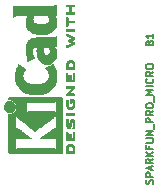
<source format=gbr>
G04 #@! TF.GenerationSoftware,KiCad,Pcbnew,(5.0.1)-4*
G04 #@! TF.CreationDate,2018-12-26T16:50:05+01:00*
G04 #@! TF.ProjectId,EdtrackerDiy,4564747261636B65724469792E6B6963,rev?*
G04 #@! TF.SameCoordinates,Original*
G04 #@! TF.FileFunction,Legend,Top*
G04 #@! TF.FilePolarity,Positive*
%FSLAX46Y46*%
G04 Gerber Fmt 4.6, Leading zero omitted, Abs format (unit mm)*
G04 Created by KiCad (PCBNEW (5.0.1)-4) date 26/12/2018 16:50:05*
%MOMM*%
%LPD*%
G01*
G04 APERTURE LIST*
%ADD10C,0.010000*%
%ADD11C,0.127000*%
G04 APERTURE END LIST*
D10*
G04 #@! TO.C,REF\002A\002A*
G36*
X73734571Y-102095043D02*
X73758809Y-101998768D01*
X73801641Y-101912184D01*
X73861419Y-101837373D01*
X73936494Y-101776418D01*
X74025220Y-101731399D01*
X74121530Y-101705136D01*
X74218795Y-101699286D01*
X74312654Y-101714140D01*
X74400511Y-101747840D01*
X74479770Y-101798528D01*
X74547836Y-101864345D01*
X74602112Y-101943434D01*
X74640002Y-102033934D01*
X74652426Y-102085200D01*
X74659947Y-102129698D01*
X74662919Y-102163999D01*
X74661094Y-102196960D01*
X74654225Y-102237434D01*
X74647250Y-102270531D01*
X74615741Y-102363947D01*
X74564617Y-102447619D01*
X74495429Y-102519665D01*
X74409728Y-102578200D01*
X74382489Y-102592148D01*
X74346122Y-102608586D01*
X74315582Y-102618894D01*
X74283450Y-102624460D01*
X74242307Y-102626669D01*
X74196222Y-102626948D01*
X74111865Y-102622861D01*
X74042586Y-102609446D01*
X73981961Y-102584256D01*
X73923567Y-102544846D01*
X73879302Y-102506298D01*
X73813484Y-102434406D01*
X73768053Y-102359313D01*
X73740850Y-102276562D01*
X73730576Y-102198928D01*
X73734571Y-102095043D01*
X73734571Y-102095043D01*
G37*
X73734571Y-102095043D02*
X73758809Y-101998768D01*
X73801641Y-101912184D01*
X73861419Y-101837373D01*
X73936494Y-101776418D01*
X74025220Y-101731399D01*
X74121530Y-101705136D01*
X74218795Y-101699286D01*
X74312654Y-101714140D01*
X74400511Y-101747840D01*
X74479770Y-101798528D01*
X74547836Y-101864345D01*
X74602112Y-101943434D01*
X74640002Y-102033934D01*
X74652426Y-102085200D01*
X74659947Y-102129698D01*
X74662919Y-102163999D01*
X74661094Y-102196960D01*
X74654225Y-102237434D01*
X74647250Y-102270531D01*
X74615741Y-102363947D01*
X74564617Y-102447619D01*
X74495429Y-102519665D01*
X74409728Y-102578200D01*
X74382489Y-102592148D01*
X74346122Y-102608586D01*
X74315582Y-102618894D01*
X74283450Y-102624460D01*
X74242307Y-102626669D01*
X74196222Y-102626948D01*
X74111865Y-102622861D01*
X74042586Y-102609446D01*
X73981961Y-102584256D01*
X73923567Y-102544846D01*
X73879302Y-102506298D01*
X73813484Y-102434406D01*
X73768053Y-102359313D01*
X73740850Y-102276562D01*
X73730576Y-102198928D01*
X73734571Y-102095043D01*
G36*
X76180245Y-93635493D02*
X76414662Y-93635474D01*
X76627603Y-93635448D01*
X76820168Y-93635375D01*
X76993459Y-93635218D01*
X77148576Y-93634936D01*
X77286620Y-93634491D01*
X77408692Y-93633844D01*
X77515894Y-93632955D01*
X77609326Y-93631787D01*
X77690090Y-93630299D01*
X77759286Y-93628454D01*
X77818015Y-93626211D01*
X77867379Y-93623531D01*
X77908478Y-93620377D01*
X77942413Y-93616708D01*
X77970286Y-93612487D01*
X77993198Y-93607673D01*
X78012249Y-93602227D01*
X78028540Y-93596112D01*
X78043173Y-93589288D01*
X78057249Y-93581715D01*
X78071868Y-93573355D01*
X78080974Y-93568161D01*
X78141689Y-93533896D01*
X78141689Y-94392045D01*
X78045733Y-94392045D01*
X78002370Y-94392776D01*
X77969205Y-94394728D01*
X77951424Y-94397537D01*
X77949778Y-94398779D01*
X77956662Y-94410201D01*
X77974505Y-94432916D01*
X77993879Y-94455615D01*
X78034614Y-94510200D01*
X78075617Y-94579679D01*
X78113123Y-94656730D01*
X78143364Y-94734035D01*
X78153012Y-94764887D01*
X78167578Y-94833384D01*
X78177539Y-94916236D01*
X78182583Y-95005629D01*
X78182396Y-95093752D01*
X78176666Y-95172793D01*
X78170858Y-95210489D01*
X78132797Y-95348586D01*
X78075073Y-95475887D01*
X77998211Y-95591708D01*
X77902739Y-95695363D01*
X77789179Y-95786167D01*
X77678381Y-95852969D01*
X77561625Y-95907836D01*
X77442276Y-95949837D01*
X77316283Y-95979833D01*
X77179594Y-95998689D01*
X77028158Y-96007268D01*
X76950711Y-96007994D01*
X76893934Y-96005900D01*
X76893934Y-95176783D01*
X76987002Y-95176576D01*
X77074692Y-95173663D01*
X77151772Y-95168000D01*
X77213009Y-95159545D01*
X77225350Y-95156962D01*
X77332633Y-95125160D01*
X77419658Y-95083502D01*
X77486642Y-95031637D01*
X77533805Y-94969219D01*
X77561365Y-94895900D01*
X77569541Y-94811331D01*
X77558551Y-94715165D01*
X77542829Y-94651689D01*
X77524639Y-94602546D01*
X77498791Y-94548417D01*
X77475089Y-94507756D01*
X77428721Y-94437200D01*
X76278530Y-94437200D01*
X76234962Y-94504608D01*
X76194040Y-94583133D01*
X76167389Y-94667319D01*
X76155465Y-94752443D01*
X76158722Y-94833784D01*
X76177615Y-94906620D01*
X76193184Y-94938574D01*
X76236181Y-94996499D01*
X76292953Y-95045456D01*
X76365575Y-95086610D01*
X76456121Y-95121126D01*
X76566666Y-95150167D01*
X76572533Y-95151448D01*
X76634788Y-95161619D01*
X76712594Y-95169261D01*
X76800720Y-95174330D01*
X76893934Y-95176783D01*
X76893934Y-96005900D01*
X76737895Y-96000143D01*
X76542059Y-95978198D01*
X76363332Y-95942214D01*
X76201845Y-95892241D01*
X76057726Y-95828332D01*
X75931106Y-95750538D01*
X75822115Y-95658911D01*
X75730883Y-95553503D01*
X75699932Y-95508338D01*
X75643785Y-95407389D01*
X75604174Y-95304099D01*
X75580014Y-95194011D01*
X75570219Y-95072670D01*
X75571265Y-94980164D01*
X75582231Y-94850510D01*
X75604046Y-94737916D01*
X75637714Y-94639125D01*
X75684236Y-94550879D01*
X75718448Y-94502014D01*
X75740362Y-94472647D01*
X75755333Y-94450957D01*
X75759733Y-94442747D01*
X75748904Y-94441132D01*
X75718251Y-94439841D01*
X75670526Y-94438862D01*
X75608479Y-94438183D01*
X75534862Y-94437790D01*
X75452427Y-94437670D01*
X75363925Y-94437812D01*
X75272107Y-94438203D01*
X75179724Y-94438829D01*
X75089528Y-94439680D01*
X75004271Y-94440740D01*
X74926703Y-94441999D01*
X74859576Y-94443444D01*
X74805641Y-94445062D01*
X74767650Y-94446839D01*
X74760667Y-94447331D01*
X74690251Y-94454908D01*
X74635102Y-94466469D01*
X74587981Y-94484208D01*
X74541647Y-94510318D01*
X74532067Y-94516585D01*
X74495378Y-94541017D01*
X74495378Y-93635689D01*
X76180245Y-93635493D01*
X76180245Y-93635493D01*
G37*
X76180245Y-93635493D02*
X76414662Y-93635474D01*
X76627603Y-93635448D01*
X76820168Y-93635375D01*
X76993459Y-93635218D01*
X77148576Y-93634936D01*
X77286620Y-93634491D01*
X77408692Y-93633844D01*
X77515894Y-93632955D01*
X77609326Y-93631787D01*
X77690090Y-93630299D01*
X77759286Y-93628454D01*
X77818015Y-93626211D01*
X77867379Y-93623531D01*
X77908478Y-93620377D01*
X77942413Y-93616708D01*
X77970286Y-93612487D01*
X77993198Y-93607673D01*
X78012249Y-93602227D01*
X78028540Y-93596112D01*
X78043173Y-93589288D01*
X78057249Y-93581715D01*
X78071868Y-93573355D01*
X78080974Y-93568161D01*
X78141689Y-93533896D01*
X78141689Y-94392045D01*
X78045733Y-94392045D01*
X78002370Y-94392776D01*
X77969205Y-94394728D01*
X77951424Y-94397537D01*
X77949778Y-94398779D01*
X77956662Y-94410201D01*
X77974505Y-94432916D01*
X77993879Y-94455615D01*
X78034614Y-94510200D01*
X78075617Y-94579679D01*
X78113123Y-94656730D01*
X78143364Y-94734035D01*
X78153012Y-94764887D01*
X78167578Y-94833384D01*
X78177539Y-94916236D01*
X78182583Y-95005629D01*
X78182396Y-95093752D01*
X78176666Y-95172793D01*
X78170858Y-95210489D01*
X78132797Y-95348586D01*
X78075073Y-95475887D01*
X77998211Y-95591708D01*
X77902739Y-95695363D01*
X77789179Y-95786167D01*
X77678381Y-95852969D01*
X77561625Y-95907836D01*
X77442276Y-95949837D01*
X77316283Y-95979833D01*
X77179594Y-95998689D01*
X77028158Y-96007268D01*
X76950711Y-96007994D01*
X76893934Y-96005900D01*
X76893934Y-95176783D01*
X76987002Y-95176576D01*
X77074692Y-95173663D01*
X77151772Y-95168000D01*
X77213009Y-95159545D01*
X77225350Y-95156962D01*
X77332633Y-95125160D01*
X77419658Y-95083502D01*
X77486642Y-95031637D01*
X77533805Y-94969219D01*
X77561365Y-94895900D01*
X77569541Y-94811331D01*
X77558551Y-94715165D01*
X77542829Y-94651689D01*
X77524639Y-94602546D01*
X77498791Y-94548417D01*
X77475089Y-94507756D01*
X77428721Y-94437200D01*
X76278530Y-94437200D01*
X76234962Y-94504608D01*
X76194040Y-94583133D01*
X76167389Y-94667319D01*
X76155465Y-94752443D01*
X76158722Y-94833784D01*
X76177615Y-94906620D01*
X76193184Y-94938574D01*
X76236181Y-94996499D01*
X76292953Y-95045456D01*
X76365575Y-95086610D01*
X76456121Y-95121126D01*
X76566666Y-95150167D01*
X76572533Y-95151448D01*
X76634788Y-95161619D01*
X76712594Y-95169261D01*
X76800720Y-95174330D01*
X76893934Y-95176783D01*
X76893934Y-96005900D01*
X76737895Y-96000143D01*
X76542059Y-95978198D01*
X76363332Y-95942214D01*
X76201845Y-95892241D01*
X76057726Y-95828332D01*
X75931106Y-95750538D01*
X75822115Y-95658911D01*
X75730883Y-95553503D01*
X75699932Y-95508338D01*
X75643785Y-95407389D01*
X75604174Y-95304099D01*
X75580014Y-95194011D01*
X75570219Y-95072670D01*
X75571265Y-94980164D01*
X75582231Y-94850510D01*
X75604046Y-94737916D01*
X75637714Y-94639125D01*
X75684236Y-94550879D01*
X75718448Y-94502014D01*
X75740362Y-94472647D01*
X75755333Y-94450957D01*
X75759733Y-94442747D01*
X75748904Y-94441132D01*
X75718251Y-94439841D01*
X75670526Y-94438862D01*
X75608479Y-94438183D01*
X75534862Y-94437790D01*
X75452427Y-94437670D01*
X75363925Y-94437812D01*
X75272107Y-94438203D01*
X75179724Y-94438829D01*
X75089528Y-94439680D01*
X75004271Y-94440740D01*
X74926703Y-94441999D01*
X74859576Y-94443444D01*
X74805641Y-94445062D01*
X74767650Y-94446839D01*
X74760667Y-94447331D01*
X74690251Y-94454908D01*
X74635102Y-94466469D01*
X74587981Y-94484208D01*
X74541647Y-94510318D01*
X74532067Y-94516585D01*
X74495378Y-94541017D01*
X74495378Y-93635689D01*
X76180245Y-93635493D01*
G36*
X75574552Y-97148426D02*
X75594567Y-96996508D01*
X75628202Y-96861244D01*
X75675725Y-96741761D01*
X75737405Y-96637185D01*
X75800965Y-96559576D01*
X75875099Y-96490735D01*
X75954871Y-96436994D01*
X76047091Y-96394090D01*
X76090161Y-96378616D01*
X76129142Y-96365756D01*
X76165289Y-96354554D01*
X76200434Y-96344880D01*
X76236410Y-96336604D01*
X76275050Y-96329597D01*
X76318185Y-96323728D01*
X76367649Y-96318869D01*
X76425273Y-96314890D01*
X76492891Y-96311660D01*
X76572334Y-96309051D01*
X76665436Y-96306933D01*
X76774027Y-96305176D01*
X76899942Y-96303651D01*
X77045012Y-96302228D01*
X77187778Y-96300975D01*
X77343968Y-96299649D01*
X77479239Y-96298444D01*
X77595246Y-96297234D01*
X77693645Y-96295894D01*
X77776093Y-96294300D01*
X77844246Y-96292325D01*
X77899760Y-96289844D01*
X77944292Y-96286731D01*
X77979498Y-96282862D01*
X78007034Y-96278111D01*
X78028556Y-96272352D01*
X78045722Y-96265461D01*
X78060186Y-96257311D01*
X78073606Y-96247777D01*
X78087638Y-96236734D01*
X78093071Y-96232434D01*
X78115910Y-96216614D01*
X78131463Y-96209578D01*
X78131922Y-96209556D01*
X78134121Y-96220433D01*
X78136147Y-96251418D01*
X78137942Y-96300043D01*
X78139451Y-96363837D01*
X78140616Y-96440331D01*
X78141380Y-96527056D01*
X78141686Y-96621543D01*
X78141689Y-96632450D01*
X78141689Y-97055343D01*
X78045622Y-97058605D01*
X77949556Y-97061867D01*
X78000543Y-97123956D01*
X78068057Y-97221286D01*
X78122749Y-97331187D01*
X78152978Y-97417651D01*
X78167666Y-97486722D01*
X78177659Y-97570075D01*
X78182646Y-97659841D01*
X78182313Y-97748155D01*
X78176351Y-97827149D01*
X78170638Y-97863378D01*
X78132776Y-98003397D01*
X78077932Y-98129822D01*
X78006924Y-98241740D01*
X77920568Y-98338238D01*
X77819679Y-98418400D01*
X77705076Y-98481313D01*
X77578984Y-98525688D01*
X77522401Y-98538022D01*
X77460202Y-98545632D01*
X77385363Y-98549261D01*
X77351467Y-98549755D01*
X77348282Y-98549690D01*
X77348282Y-97789752D01*
X77423333Y-97780459D01*
X77487160Y-97752272D01*
X77542798Y-97703803D01*
X77547211Y-97698746D01*
X77582037Y-97650452D01*
X77604620Y-97598743D01*
X77616540Y-97538011D01*
X77619383Y-97462648D01*
X77618978Y-97444541D01*
X77616325Y-97390722D01*
X77610909Y-97350692D01*
X77600745Y-97315676D01*
X77583850Y-97276897D01*
X77578672Y-97266255D01*
X77542844Y-97205604D01*
X77500212Y-97158785D01*
X77484973Y-97146048D01*
X77428462Y-97101378D01*
X77232586Y-97101378D01*
X77153939Y-97101914D01*
X77095988Y-97103604D01*
X77056875Y-97106572D01*
X77034741Y-97110943D01*
X77028274Y-97115028D01*
X77025111Y-97130953D01*
X77022488Y-97164736D01*
X77020655Y-97211660D01*
X77019857Y-97267007D01*
X77019842Y-97275894D01*
X77025096Y-97396670D01*
X77041263Y-97499340D01*
X77068961Y-97585894D01*
X77108808Y-97658319D01*
X77155758Y-97713249D01*
X77213645Y-97757796D01*
X77276693Y-97782520D01*
X77348282Y-97789752D01*
X77348282Y-98549690D01*
X77257712Y-98547822D01*
X77178812Y-98539478D01*
X77107590Y-98523232D01*
X77036864Y-98497595D01*
X76984493Y-98473599D01*
X76889196Y-98414980D01*
X76801170Y-98336883D01*
X76722017Y-98241685D01*
X76653340Y-98131762D01*
X76596741Y-98009490D01*
X76553821Y-97877245D01*
X76538882Y-97812578D01*
X76516777Y-97676396D01*
X76502194Y-97527951D01*
X76495813Y-97376495D01*
X76497445Y-97249936D01*
X76504224Y-97088050D01*
X76445245Y-97095470D01*
X76346092Y-97114762D01*
X76265372Y-97145896D01*
X76202466Y-97189731D01*
X76156756Y-97247129D01*
X76127622Y-97318952D01*
X76114447Y-97406059D01*
X76116611Y-97509314D01*
X76120612Y-97547289D01*
X76145780Y-97688480D01*
X76186814Y-97825293D01*
X76224815Y-97919822D01*
X76244190Y-97964982D01*
X76259760Y-98003415D01*
X76269405Y-98029766D01*
X76271452Y-98037454D01*
X76262374Y-98047198D01*
X76233405Y-98063917D01*
X76184217Y-98087768D01*
X76114484Y-98118907D01*
X76023879Y-98157493D01*
X76008089Y-98164090D01*
X75935772Y-98194147D01*
X75870425Y-98221126D01*
X75814906Y-98243864D01*
X75772072Y-98261194D01*
X75744781Y-98271952D01*
X75735942Y-98275059D01*
X75731187Y-98265060D01*
X75725910Y-98238783D01*
X75722231Y-98210511D01*
X75717474Y-98180354D01*
X75708028Y-98132567D01*
X75694820Y-98071388D01*
X75678776Y-98001054D01*
X75660820Y-97925806D01*
X75653797Y-97897245D01*
X75628209Y-97792184D01*
X75608147Y-97704520D01*
X75592969Y-97629932D01*
X75582035Y-97564097D01*
X75574704Y-97502693D01*
X75570335Y-97441398D01*
X75568287Y-97375890D01*
X75567889Y-97317872D01*
X75574552Y-97148426D01*
X75574552Y-97148426D01*
G37*
X75574552Y-97148426D02*
X75594567Y-96996508D01*
X75628202Y-96861244D01*
X75675725Y-96741761D01*
X75737405Y-96637185D01*
X75800965Y-96559576D01*
X75875099Y-96490735D01*
X75954871Y-96436994D01*
X76047091Y-96394090D01*
X76090161Y-96378616D01*
X76129142Y-96365756D01*
X76165289Y-96354554D01*
X76200434Y-96344880D01*
X76236410Y-96336604D01*
X76275050Y-96329597D01*
X76318185Y-96323728D01*
X76367649Y-96318869D01*
X76425273Y-96314890D01*
X76492891Y-96311660D01*
X76572334Y-96309051D01*
X76665436Y-96306933D01*
X76774027Y-96305176D01*
X76899942Y-96303651D01*
X77045012Y-96302228D01*
X77187778Y-96300975D01*
X77343968Y-96299649D01*
X77479239Y-96298444D01*
X77595246Y-96297234D01*
X77693645Y-96295894D01*
X77776093Y-96294300D01*
X77844246Y-96292325D01*
X77899760Y-96289844D01*
X77944292Y-96286731D01*
X77979498Y-96282862D01*
X78007034Y-96278111D01*
X78028556Y-96272352D01*
X78045722Y-96265461D01*
X78060186Y-96257311D01*
X78073606Y-96247777D01*
X78087638Y-96236734D01*
X78093071Y-96232434D01*
X78115910Y-96216614D01*
X78131463Y-96209578D01*
X78131922Y-96209556D01*
X78134121Y-96220433D01*
X78136147Y-96251418D01*
X78137942Y-96300043D01*
X78139451Y-96363837D01*
X78140616Y-96440331D01*
X78141380Y-96527056D01*
X78141686Y-96621543D01*
X78141689Y-96632450D01*
X78141689Y-97055343D01*
X78045622Y-97058605D01*
X77949556Y-97061867D01*
X78000543Y-97123956D01*
X78068057Y-97221286D01*
X78122749Y-97331187D01*
X78152978Y-97417651D01*
X78167666Y-97486722D01*
X78177659Y-97570075D01*
X78182646Y-97659841D01*
X78182313Y-97748155D01*
X78176351Y-97827149D01*
X78170638Y-97863378D01*
X78132776Y-98003397D01*
X78077932Y-98129822D01*
X78006924Y-98241740D01*
X77920568Y-98338238D01*
X77819679Y-98418400D01*
X77705076Y-98481313D01*
X77578984Y-98525688D01*
X77522401Y-98538022D01*
X77460202Y-98545632D01*
X77385363Y-98549261D01*
X77351467Y-98549755D01*
X77348282Y-98549690D01*
X77348282Y-97789752D01*
X77423333Y-97780459D01*
X77487160Y-97752272D01*
X77542798Y-97703803D01*
X77547211Y-97698746D01*
X77582037Y-97650452D01*
X77604620Y-97598743D01*
X77616540Y-97538011D01*
X77619383Y-97462648D01*
X77618978Y-97444541D01*
X77616325Y-97390722D01*
X77610909Y-97350692D01*
X77600745Y-97315676D01*
X77583850Y-97276897D01*
X77578672Y-97266255D01*
X77542844Y-97205604D01*
X77500212Y-97158785D01*
X77484973Y-97146048D01*
X77428462Y-97101378D01*
X77232586Y-97101378D01*
X77153939Y-97101914D01*
X77095988Y-97103604D01*
X77056875Y-97106572D01*
X77034741Y-97110943D01*
X77028274Y-97115028D01*
X77025111Y-97130953D01*
X77022488Y-97164736D01*
X77020655Y-97211660D01*
X77019857Y-97267007D01*
X77019842Y-97275894D01*
X77025096Y-97396670D01*
X77041263Y-97499340D01*
X77068961Y-97585894D01*
X77108808Y-97658319D01*
X77155758Y-97713249D01*
X77213645Y-97757796D01*
X77276693Y-97782520D01*
X77348282Y-97789752D01*
X77348282Y-98549690D01*
X77257712Y-98547822D01*
X77178812Y-98539478D01*
X77107590Y-98523232D01*
X77036864Y-98497595D01*
X76984493Y-98473599D01*
X76889196Y-98414980D01*
X76801170Y-98336883D01*
X76722017Y-98241685D01*
X76653340Y-98131762D01*
X76596741Y-98009490D01*
X76553821Y-97877245D01*
X76538882Y-97812578D01*
X76516777Y-97676396D01*
X76502194Y-97527951D01*
X76495813Y-97376495D01*
X76497445Y-97249936D01*
X76504224Y-97088050D01*
X76445245Y-97095470D01*
X76346092Y-97114762D01*
X76265372Y-97145896D01*
X76202466Y-97189731D01*
X76156756Y-97247129D01*
X76127622Y-97318952D01*
X76114447Y-97406059D01*
X76116611Y-97509314D01*
X76120612Y-97547289D01*
X76145780Y-97688480D01*
X76186814Y-97825293D01*
X76224815Y-97919822D01*
X76244190Y-97964982D01*
X76259760Y-98003415D01*
X76269405Y-98029766D01*
X76271452Y-98037454D01*
X76262374Y-98047198D01*
X76233405Y-98063917D01*
X76184217Y-98087768D01*
X76114484Y-98118907D01*
X76023879Y-98157493D01*
X76008089Y-98164090D01*
X75935772Y-98194147D01*
X75870425Y-98221126D01*
X75814906Y-98243864D01*
X75772072Y-98261194D01*
X75744781Y-98271952D01*
X75735942Y-98275059D01*
X75731187Y-98265060D01*
X75725910Y-98238783D01*
X75722231Y-98210511D01*
X75717474Y-98180354D01*
X75708028Y-98132567D01*
X75694820Y-98071388D01*
X75678776Y-98001054D01*
X75660820Y-97925806D01*
X75653797Y-97897245D01*
X75628209Y-97792184D01*
X75608147Y-97704520D01*
X75592969Y-97629932D01*
X75582035Y-97564097D01*
X75574704Y-97502693D01*
X75570335Y-97441398D01*
X75568287Y-97375890D01*
X75567889Y-97317872D01*
X75574552Y-97148426D01*
G36*
X74657071Y-99493571D02*
X74678245Y-99333430D01*
X74718385Y-99169490D01*
X74777889Y-98999687D01*
X74857154Y-98821957D01*
X74862699Y-98810690D01*
X74890725Y-98752995D01*
X74914802Y-98701448D01*
X74933249Y-98659809D01*
X74944386Y-98631838D01*
X74946933Y-98622267D01*
X74951941Y-98603050D01*
X74956147Y-98598439D01*
X74966580Y-98603542D01*
X74992868Y-98619582D01*
X75032257Y-98644712D01*
X75081991Y-98677086D01*
X75139315Y-98714857D01*
X75201476Y-98756178D01*
X75265718Y-98799202D01*
X75329285Y-98842083D01*
X75389425Y-98882974D01*
X75443380Y-98920029D01*
X75488397Y-98951400D01*
X75521721Y-98975241D01*
X75540597Y-98989706D01*
X75542787Y-98991691D01*
X75538138Y-99001809D01*
X75520962Y-99024150D01*
X75494440Y-99054720D01*
X75479964Y-99070464D01*
X75404682Y-99166953D01*
X75349241Y-99273664D01*
X75314141Y-99389168D01*
X75299880Y-99512038D01*
X75301051Y-99581439D01*
X75318212Y-99702577D01*
X75354094Y-99811795D01*
X75408959Y-99909418D01*
X75483070Y-99995772D01*
X75576688Y-100071185D01*
X75690076Y-100135982D01*
X75776667Y-100173399D01*
X75912366Y-100217252D01*
X76059850Y-100249572D01*
X76215314Y-100270443D01*
X76374956Y-100279949D01*
X76534973Y-100278173D01*
X76691561Y-100265197D01*
X76840918Y-100241106D01*
X76979240Y-100205982D01*
X77102724Y-100159908D01*
X77136978Y-100143627D01*
X77251064Y-100075380D01*
X77347557Y-99994921D01*
X77425670Y-99903430D01*
X77484617Y-99802089D01*
X77523612Y-99692080D01*
X77541868Y-99574585D01*
X77543211Y-99533117D01*
X77532290Y-99411559D01*
X77499474Y-99291122D01*
X77445439Y-99173334D01*
X77370865Y-99059723D01*
X77292539Y-98968315D01*
X77248008Y-98921785D01*
X77545271Y-98740517D01*
X77619433Y-98695420D01*
X77687646Y-98654181D01*
X77747459Y-98618265D01*
X77796420Y-98589134D01*
X77832079Y-98568250D01*
X77851984Y-98557076D01*
X77855079Y-98555625D01*
X77864718Y-98563854D01*
X77881999Y-98589433D01*
X77905283Y-98629127D01*
X77932934Y-98679703D01*
X77963315Y-98737926D01*
X77994790Y-98800563D01*
X78025722Y-98864379D01*
X78054473Y-98926140D01*
X78079408Y-98982612D01*
X78098889Y-99030562D01*
X78107318Y-99054014D01*
X78145133Y-99187779D01*
X78170136Y-99325673D01*
X78183140Y-99473378D01*
X78185468Y-99600167D01*
X78184373Y-99668122D01*
X78182275Y-99733723D01*
X78179434Y-99791153D01*
X78176106Y-99834597D01*
X78174422Y-99848702D01*
X78145587Y-99987716D01*
X78100468Y-100129243D01*
X78041750Y-100266725D01*
X77972120Y-100393606D01*
X77919441Y-100471111D01*
X77811239Y-100598519D01*
X77684671Y-100716822D01*
X77542866Y-100823828D01*
X77388951Y-100917348D01*
X77226053Y-100995190D01*
X77108756Y-101039044D01*
X76925128Y-101089292D01*
X76730581Y-101122791D01*
X76529325Y-101139551D01*
X76325568Y-101139584D01*
X76123521Y-101122899D01*
X75927392Y-101089507D01*
X75741391Y-101039420D01*
X75729803Y-101035603D01*
X75567750Y-100972719D01*
X75419832Y-100895972D01*
X75281865Y-100802758D01*
X75149661Y-100690473D01*
X75104399Y-100646608D01*
X74980457Y-100510466D01*
X74877915Y-100370509D01*
X74795656Y-100224589D01*
X74732564Y-100070558D01*
X74687523Y-99906268D01*
X74670033Y-99810711D01*
X74654466Y-99651977D01*
X74657071Y-99493571D01*
X74657071Y-99493571D01*
G37*
X74657071Y-99493571D02*
X74678245Y-99333430D01*
X74718385Y-99169490D01*
X74777889Y-98999687D01*
X74857154Y-98821957D01*
X74862699Y-98810690D01*
X74890725Y-98752995D01*
X74914802Y-98701448D01*
X74933249Y-98659809D01*
X74944386Y-98631838D01*
X74946933Y-98622267D01*
X74951941Y-98603050D01*
X74956147Y-98598439D01*
X74966580Y-98603542D01*
X74992868Y-98619582D01*
X75032257Y-98644712D01*
X75081991Y-98677086D01*
X75139315Y-98714857D01*
X75201476Y-98756178D01*
X75265718Y-98799202D01*
X75329285Y-98842083D01*
X75389425Y-98882974D01*
X75443380Y-98920029D01*
X75488397Y-98951400D01*
X75521721Y-98975241D01*
X75540597Y-98989706D01*
X75542787Y-98991691D01*
X75538138Y-99001809D01*
X75520962Y-99024150D01*
X75494440Y-99054720D01*
X75479964Y-99070464D01*
X75404682Y-99166953D01*
X75349241Y-99273664D01*
X75314141Y-99389168D01*
X75299880Y-99512038D01*
X75301051Y-99581439D01*
X75318212Y-99702577D01*
X75354094Y-99811795D01*
X75408959Y-99909418D01*
X75483070Y-99995772D01*
X75576688Y-100071185D01*
X75690076Y-100135982D01*
X75776667Y-100173399D01*
X75912366Y-100217252D01*
X76059850Y-100249572D01*
X76215314Y-100270443D01*
X76374956Y-100279949D01*
X76534973Y-100278173D01*
X76691561Y-100265197D01*
X76840918Y-100241106D01*
X76979240Y-100205982D01*
X77102724Y-100159908D01*
X77136978Y-100143627D01*
X77251064Y-100075380D01*
X77347557Y-99994921D01*
X77425670Y-99903430D01*
X77484617Y-99802089D01*
X77523612Y-99692080D01*
X77541868Y-99574585D01*
X77543211Y-99533117D01*
X77532290Y-99411559D01*
X77499474Y-99291122D01*
X77445439Y-99173334D01*
X77370865Y-99059723D01*
X77292539Y-98968315D01*
X77248008Y-98921785D01*
X77545271Y-98740517D01*
X77619433Y-98695420D01*
X77687646Y-98654181D01*
X77747459Y-98618265D01*
X77796420Y-98589134D01*
X77832079Y-98568250D01*
X77851984Y-98557076D01*
X77855079Y-98555625D01*
X77864718Y-98563854D01*
X77881999Y-98589433D01*
X77905283Y-98629127D01*
X77932934Y-98679703D01*
X77963315Y-98737926D01*
X77994790Y-98800563D01*
X78025722Y-98864379D01*
X78054473Y-98926140D01*
X78079408Y-98982612D01*
X78098889Y-99030562D01*
X78107318Y-99054014D01*
X78145133Y-99187779D01*
X78170136Y-99325673D01*
X78183140Y-99473378D01*
X78185468Y-99600167D01*
X78184373Y-99668122D01*
X78182275Y-99733723D01*
X78179434Y-99791153D01*
X78176106Y-99834597D01*
X78174422Y-99848702D01*
X78145587Y-99987716D01*
X78100468Y-100129243D01*
X78041750Y-100266725D01*
X77972120Y-100393606D01*
X77919441Y-100471111D01*
X77811239Y-100598519D01*
X77684671Y-100716822D01*
X77542866Y-100823828D01*
X77388951Y-100917348D01*
X77226053Y-100995190D01*
X77108756Y-101039044D01*
X76925128Y-101089292D01*
X76730581Y-101122791D01*
X76529325Y-101139551D01*
X76325568Y-101139584D01*
X76123521Y-101122899D01*
X75927392Y-101089507D01*
X75741391Y-101039420D01*
X75729803Y-101035603D01*
X75567750Y-100972719D01*
X75419832Y-100895972D01*
X75281865Y-100802758D01*
X75149661Y-100690473D01*
X75104399Y-100646608D01*
X74980457Y-100510466D01*
X74877915Y-100370509D01*
X74795656Y-100224589D01*
X74732564Y-100070558D01*
X74687523Y-99906268D01*
X74670033Y-99810711D01*
X74654466Y-99651977D01*
X74657071Y-99493571D01*
G36*
X74197054Y-102768400D02*
X74310993Y-102757535D01*
X74418616Y-102725918D01*
X74517615Y-102675015D01*
X74605684Y-102606293D01*
X74680516Y-102521219D01*
X74738384Y-102424232D01*
X74778005Y-102317964D01*
X74796573Y-102210950D01*
X74795434Y-102105300D01*
X74775930Y-102003125D01*
X74739406Y-101906534D01*
X74687205Y-101817638D01*
X74620673Y-101738546D01*
X74541152Y-101671369D01*
X74449987Y-101618217D01*
X74348523Y-101581199D01*
X74238102Y-101562427D01*
X74188206Y-101560489D01*
X74100267Y-101560489D01*
X74100267Y-101508560D01*
X74103111Y-101472253D01*
X74114911Y-101445355D01*
X74138649Y-101418249D01*
X74177031Y-101379867D01*
X76368602Y-101379867D01*
X76630739Y-101379876D01*
X76871241Y-101379908D01*
X77091048Y-101379972D01*
X77291101Y-101380076D01*
X77472344Y-101380227D01*
X77635716Y-101380434D01*
X77782160Y-101380706D01*
X77912617Y-101381050D01*
X78028029Y-101381474D01*
X78129338Y-101381987D01*
X78217484Y-101382597D01*
X78293410Y-101383312D01*
X78358057Y-101384140D01*
X78412367Y-101385089D01*
X78457280Y-101386167D01*
X78493740Y-101387383D01*
X78522687Y-101388745D01*
X78545063Y-101390261D01*
X78561809Y-101391938D01*
X78573868Y-101393786D01*
X78582180Y-101395813D01*
X78587687Y-101398025D01*
X78589537Y-101399108D01*
X78596549Y-101403271D01*
X78602996Y-101406805D01*
X78608900Y-101410635D01*
X78614286Y-101415682D01*
X78619178Y-101422871D01*
X78623598Y-101433123D01*
X78627572Y-101447364D01*
X78631121Y-101466514D01*
X78634270Y-101491499D01*
X78637042Y-101523240D01*
X78639461Y-101562662D01*
X78641551Y-101610686D01*
X78643335Y-101668237D01*
X78644837Y-101736237D01*
X78646080Y-101815610D01*
X78647089Y-101907279D01*
X78647885Y-102012166D01*
X78648494Y-102131196D01*
X78648939Y-102265290D01*
X78649243Y-102415373D01*
X78649430Y-102582367D01*
X78649524Y-102767196D01*
X78649548Y-102970783D01*
X78649525Y-103194050D01*
X78649480Y-103437922D01*
X78649437Y-103703321D01*
X78649432Y-103741704D01*
X78649389Y-104008682D01*
X78649318Y-104254002D01*
X78649213Y-104478583D01*
X78649066Y-104683345D01*
X78648869Y-104869206D01*
X78648616Y-105037088D01*
X78648300Y-105187908D01*
X78647913Y-105322587D01*
X78647447Y-105442044D01*
X78646897Y-105547199D01*
X78646253Y-105638971D01*
X78645511Y-105718279D01*
X78644661Y-105786043D01*
X78643697Y-105843182D01*
X78642611Y-105890617D01*
X78641397Y-105929266D01*
X78640047Y-105960049D01*
X78638555Y-105983885D01*
X78636911Y-106001694D01*
X78635111Y-106014395D01*
X78633145Y-106022908D01*
X78631477Y-106027266D01*
X78627906Y-106035728D01*
X78625270Y-106043497D01*
X78622634Y-106050602D01*
X78619062Y-106057073D01*
X78613621Y-106062939D01*
X78605375Y-106068229D01*
X78593390Y-106072974D01*
X78576731Y-106077202D01*
X78554463Y-106080943D01*
X78525652Y-106084227D01*
X78489363Y-106087083D01*
X78444661Y-106089540D01*
X78390611Y-106091629D01*
X78326279Y-106093378D01*
X78250730Y-106094817D01*
X78163030Y-106095976D01*
X78062243Y-106096883D01*
X77947434Y-106097569D01*
X77817670Y-106098063D01*
X77672015Y-106098395D01*
X77509535Y-106098593D01*
X77329295Y-106098687D01*
X77130360Y-106098708D01*
X76911796Y-106098685D01*
X76672668Y-106098646D01*
X76412040Y-106098622D01*
X76369889Y-106098622D01*
X76106992Y-106098636D01*
X75865732Y-106098661D01*
X75645165Y-106098671D01*
X75444352Y-106098642D01*
X75262349Y-106098548D01*
X75098216Y-106098362D01*
X74951011Y-106098059D01*
X74819792Y-106097614D01*
X74709867Y-106097034D01*
X74709867Y-105794197D01*
X74767711Y-105754407D01*
X74783479Y-105743236D01*
X74797441Y-105733166D01*
X74810784Y-105724138D01*
X74824693Y-105716097D01*
X74840356Y-105708986D01*
X74858958Y-105702747D01*
X74881686Y-105697325D01*
X74909727Y-105692662D01*
X74944267Y-105688701D01*
X74986492Y-105685385D01*
X75037589Y-105682659D01*
X75098744Y-105680464D01*
X75171144Y-105678745D01*
X75255975Y-105677444D01*
X75354422Y-105676505D01*
X75467674Y-105675870D01*
X75596916Y-105675484D01*
X75743334Y-105675288D01*
X75908116Y-105675227D01*
X76092447Y-105675243D01*
X76297513Y-105675280D01*
X76420133Y-105675289D01*
X76637082Y-105675265D01*
X76832642Y-105675231D01*
X77007999Y-105675243D01*
X77164341Y-105675358D01*
X77302857Y-105675630D01*
X77424734Y-105676118D01*
X77531160Y-105676876D01*
X77623322Y-105677962D01*
X77702409Y-105679431D01*
X77769608Y-105681340D01*
X77826107Y-105683744D01*
X77873093Y-105686701D01*
X77911755Y-105690266D01*
X77943280Y-105694495D01*
X77968855Y-105699446D01*
X77989670Y-105705173D01*
X78006911Y-105711733D01*
X78021765Y-105719183D01*
X78035422Y-105727579D01*
X78049069Y-105736976D01*
X78063893Y-105747432D01*
X78072783Y-105753523D01*
X78130400Y-105792296D01*
X78130400Y-105260732D01*
X78130365Y-105137483D01*
X78130215Y-105034987D01*
X78129878Y-104951420D01*
X78129286Y-104884956D01*
X78128367Y-104833771D01*
X78127051Y-104796041D01*
X78125269Y-104769940D01*
X78122951Y-104753644D01*
X78120026Y-104745328D01*
X78116424Y-104743168D01*
X78112075Y-104745339D01*
X78110645Y-104746535D01*
X78073573Y-104771685D01*
X78020772Y-104797583D01*
X77958770Y-104821192D01*
X77932357Y-104829461D01*
X77914416Y-104834078D01*
X77893355Y-104837979D01*
X77867089Y-104841248D01*
X77833532Y-104843966D01*
X77790599Y-104846215D01*
X77736204Y-104848077D01*
X77668262Y-104849636D01*
X77584688Y-104850972D01*
X77483395Y-104852169D01*
X77362300Y-104853308D01*
X77317600Y-104853685D01*
X77192449Y-104854702D01*
X77088082Y-104855460D01*
X77002707Y-104855903D01*
X76934533Y-104855970D01*
X76881765Y-104855605D01*
X76842614Y-104854748D01*
X76815285Y-104853341D01*
X76797986Y-104851325D01*
X76788926Y-104848643D01*
X76786312Y-104845236D01*
X76788351Y-104841044D01*
X76792667Y-104836571D01*
X76805602Y-104826216D01*
X76834676Y-104804158D01*
X76877759Y-104771957D01*
X76932718Y-104731174D01*
X76997423Y-104683370D01*
X77069742Y-104630105D01*
X77147544Y-104572940D01*
X77228698Y-104513437D01*
X77311072Y-104453155D01*
X77392536Y-104393655D01*
X77470957Y-104336498D01*
X77544204Y-104283245D01*
X77610147Y-104235457D01*
X77666654Y-104194693D01*
X77711593Y-104162516D01*
X77742834Y-104140485D01*
X77749466Y-104135917D01*
X77786369Y-104112996D01*
X77834359Y-104086188D01*
X77883897Y-104060789D01*
X77890577Y-104057568D01*
X77938772Y-104035890D01*
X77976334Y-104023304D01*
X78012160Y-104017574D01*
X78054200Y-104016456D01*
X78130400Y-104017090D01*
X78130400Y-102862651D01*
X78036669Y-102953815D01*
X77986775Y-103000612D01*
X77930295Y-103050899D01*
X77876026Y-103096944D01*
X77850673Y-103117369D01*
X77811128Y-103147807D01*
X77757916Y-103187862D01*
X77692667Y-103236361D01*
X77617011Y-103292135D01*
X77532577Y-103354011D01*
X77440994Y-103420819D01*
X77343892Y-103491387D01*
X77242901Y-103564545D01*
X77139650Y-103639121D01*
X77035768Y-103713944D01*
X76932885Y-103787843D01*
X76832631Y-103859646D01*
X76736636Y-103928184D01*
X76646527Y-103992284D01*
X76563936Y-104050775D01*
X76490492Y-104102486D01*
X76427824Y-104146247D01*
X76377561Y-104180885D01*
X76341334Y-104205230D01*
X76320771Y-104218111D01*
X76316668Y-104219869D01*
X76305342Y-104211910D01*
X76278162Y-104191115D01*
X76236829Y-104158847D01*
X76183044Y-104116470D01*
X76118506Y-104065347D01*
X76044918Y-104006841D01*
X75963978Y-103942314D01*
X75877388Y-103873131D01*
X75786848Y-103800653D01*
X75694060Y-103726246D01*
X75619702Y-103666517D01*
X75619702Y-102655511D01*
X75632659Y-102649602D01*
X75654908Y-102635272D01*
X75656391Y-102634225D01*
X75686544Y-102615438D01*
X75723375Y-102595791D01*
X75731511Y-102591892D01*
X75739940Y-102588356D01*
X75750059Y-102585230D01*
X75763260Y-102582486D01*
X75780938Y-102580092D01*
X75804484Y-102578019D01*
X75835293Y-102576235D01*
X75874757Y-102574712D01*
X75924269Y-102573419D01*
X75985223Y-102572326D01*
X76059011Y-102571403D01*
X76147028Y-102570619D01*
X76250665Y-102569945D01*
X76371316Y-102569350D01*
X76510374Y-102568805D01*
X76669232Y-102568279D01*
X76848089Y-102567745D01*
X77033207Y-102567206D01*
X77197145Y-102566772D01*
X77341303Y-102566509D01*
X77467079Y-102566484D01*
X77575871Y-102566765D01*
X77669077Y-102567419D01*
X77748097Y-102568514D01*
X77814328Y-102570118D01*
X77869170Y-102572297D01*
X77914021Y-102575119D01*
X77950278Y-102578651D01*
X77979341Y-102582961D01*
X78002609Y-102588117D01*
X78021479Y-102594185D01*
X78037351Y-102601233D01*
X78051622Y-102609329D01*
X78065691Y-102618540D01*
X78078158Y-102627040D01*
X78104452Y-102644176D01*
X78122037Y-102654322D01*
X78125257Y-102655511D01*
X78126334Y-102644604D01*
X78127335Y-102613411D01*
X78128235Y-102564223D01*
X78129010Y-102499333D01*
X78129637Y-102421030D01*
X78130091Y-102331607D01*
X78130349Y-102233356D01*
X78130400Y-102164445D01*
X78130180Y-102059452D01*
X78129548Y-101962610D01*
X78128549Y-101876107D01*
X78127227Y-101802132D01*
X78125626Y-101742874D01*
X78123791Y-101700520D01*
X78121765Y-101677260D01*
X78120493Y-101673378D01*
X78105591Y-101681076D01*
X78097560Y-101689074D01*
X78080434Y-101702246D01*
X78050183Y-101719485D01*
X78025622Y-101731407D01*
X77966711Y-101758045D01*
X76789845Y-101761120D01*
X75612978Y-101764195D01*
X75612978Y-102209853D01*
X75613142Y-102307670D01*
X75613611Y-102398064D01*
X75614347Y-102478630D01*
X75615316Y-102546962D01*
X75616480Y-102600656D01*
X75617803Y-102637305D01*
X75619249Y-102654504D01*
X75619702Y-102655511D01*
X75619702Y-103666517D01*
X75600722Y-103651270D01*
X75508537Y-103577090D01*
X75419204Y-103505069D01*
X75334424Y-103436569D01*
X75255898Y-103372955D01*
X75185326Y-103315588D01*
X75124409Y-103265833D01*
X75074847Y-103225052D01*
X75054178Y-103207888D01*
X74953516Y-103121596D01*
X74870259Y-103044997D01*
X74802438Y-102976183D01*
X74748089Y-102913248D01*
X74740722Y-102903867D01*
X74710117Y-102864356D01*
X74709867Y-103996116D01*
X74757844Y-103990827D01*
X74815188Y-103994130D01*
X74883463Y-104015661D01*
X74963212Y-104055635D01*
X75035495Y-104100943D01*
X75058140Y-104117161D01*
X75095696Y-104145214D01*
X75146021Y-104183430D01*
X75206973Y-104230137D01*
X75276411Y-104283661D01*
X75352194Y-104342331D01*
X75432180Y-104404475D01*
X75514228Y-104468421D01*
X75596196Y-104532495D01*
X75675943Y-104595027D01*
X75751327Y-104654343D01*
X75820207Y-104708771D01*
X75880442Y-104756639D01*
X75929889Y-104796275D01*
X75966408Y-104826006D01*
X75987858Y-104844161D01*
X75991156Y-104847220D01*
X75983149Y-104850079D01*
X75952855Y-104852293D01*
X75900556Y-104853857D01*
X75826531Y-104854767D01*
X75731063Y-104855020D01*
X75614434Y-104854613D01*
X75494445Y-104853704D01*
X75362333Y-104852382D01*
X75250594Y-104850857D01*
X75157025Y-104848881D01*
X75079419Y-104846206D01*
X75015574Y-104842582D01*
X74963283Y-104837761D01*
X74920344Y-104831494D01*
X74884551Y-104823532D01*
X74853700Y-104813627D01*
X74825586Y-104801531D01*
X74798005Y-104786993D01*
X74772966Y-104772311D01*
X74709867Y-104734314D01*
X74709867Y-105794197D01*
X74709867Y-106097034D01*
X74703617Y-106097001D01*
X74601544Y-106096195D01*
X74512633Y-106095170D01*
X74435941Y-106093900D01*
X74370527Y-106092360D01*
X74315449Y-106090524D01*
X74269765Y-106088367D01*
X74232534Y-106085863D01*
X74202813Y-106082987D01*
X74179662Y-106079713D01*
X74162139Y-106076015D01*
X74149301Y-106071869D01*
X74140208Y-106067247D01*
X74133918Y-106062126D01*
X74129488Y-106056478D01*
X74125978Y-106050279D01*
X74122445Y-106043504D01*
X74118876Y-106037508D01*
X74116300Y-106032275D01*
X74113972Y-106024099D01*
X74111878Y-106011886D01*
X74110007Y-105994541D01*
X74108347Y-105970969D01*
X74106884Y-105940077D01*
X74105608Y-105900768D01*
X74104504Y-105851950D01*
X74103561Y-105792527D01*
X74102767Y-105721404D01*
X74102109Y-105637488D01*
X74101575Y-105539683D01*
X74101153Y-105426894D01*
X74100829Y-105298029D01*
X74100592Y-105151991D01*
X74100430Y-104987686D01*
X74100330Y-104804020D01*
X74100280Y-104599897D01*
X74100267Y-104388753D01*
X74100267Y-102768400D01*
X74197054Y-102768400D01*
X74197054Y-102768400D01*
G37*
X74197054Y-102768400D02*
X74310993Y-102757535D01*
X74418616Y-102725918D01*
X74517615Y-102675015D01*
X74605684Y-102606293D01*
X74680516Y-102521219D01*
X74738384Y-102424232D01*
X74778005Y-102317964D01*
X74796573Y-102210950D01*
X74795434Y-102105300D01*
X74775930Y-102003125D01*
X74739406Y-101906534D01*
X74687205Y-101817638D01*
X74620673Y-101738546D01*
X74541152Y-101671369D01*
X74449987Y-101618217D01*
X74348523Y-101581199D01*
X74238102Y-101562427D01*
X74188206Y-101560489D01*
X74100267Y-101560489D01*
X74100267Y-101508560D01*
X74103111Y-101472253D01*
X74114911Y-101445355D01*
X74138649Y-101418249D01*
X74177031Y-101379867D01*
X76368602Y-101379867D01*
X76630739Y-101379876D01*
X76871241Y-101379908D01*
X77091048Y-101379972D01*
X77291101Y-101380076D01*
X77472344Y-101380227D01*
X77635716Y-101380434D01*
X77782160Y-101380706D01*
X77912617Y-101381050D01*
X78028029Y-101381474D01*
X78129338Y-101381987D01*
X78217484Y-101382597D01*
X78293410Y-101383312D01*
X78358057Y-101384140D01*
X78412367Y-101385089D01*
X78457280Y-101386167D01*
X78493740Y-101387383D01*
X78522687Y-101388745D01*
X78545063Y-101390261D01*
X78561809Y-101391938D01*
X78573868Y-101393786D01*
X78582180Y-101395813D01*
X78587687Y-101398025D01*
X78589537Y-101399108D01*
X78596549Y-101403271D01*
X78602996Y-101406805D01*
X78608900Y-101410635D01*
X78614286Y-101415682D01*
X78619178Y-101422871D01*
X78623598Y-101433123D01*
X78627572Y-101447364D01*
X78631121Y-101466514D01*
X78634270Y-101491499D01*
X78637042Y-101523240D01*
X78639461Y-101562662D01*
X78641551Y-101610686D01*
X78643335Y-101668237D01*
X78644837Y-101736237D01*
X78646080Y-101815610D01*
X78647089Y-101907279D01*
X78647885Y-102012166D01*
X78648494Y-102131196D01*
X78648939Y-102265290D01*
X78649243Y-102415373D01*
X78649430Y-102582367D01*
X78649524Y-102767196D01*
X78649548Y-102970783D01*
X78649525Y-103194050D01*
X78649480Y-103437922D01*
X78649437Y-103703321D01*
X78649432Y-103741704D01*
X78649389Y-104008682D01*
X78649318Y-104254002D01*
X78649213Y-104478583D01*
X78649066Y-104683345D01*
X78648869Y-104869206D01*
X78648616Y-105037088D01*
X78648300Y-105187908D01*
X78647913Y-105322587D01*
X78647447Y-105442044D01*
X78646897Y-105547199D01*
X78646253Y-105638971D01*
X78645511Y-105718279D01*
X78644661Y-105786043D01*
X78643697Y-105843182D01*
X78642611Y-105890617D01*
X78641397Y-105929266D01*
X78640047Y-105960049D01*
X78638555Y-105983885D01*
X78636911Y-106001694D01*
X78635111Y-106014395D01*
X78633145Y-106022908D01*
X78631477Y-106027266D01*
X78627906Y-106035728D01*
X78625270Y-106043497D01*
X78622634Y-106050602D01*
X78619062Y-106057073D01*
X78613621Y-106062939D01*
X78605375Y-106068229D01*
X78593390Y-106072974D01*
X78576731Y-106077202D01*
X78554463Y-106080943D01*
X78525652Y-106084227D01*
X78489363Y-106087083D01*
X78444661Y-106089540D01*
X78390611Y-106091629D01*
X78326279Y-106093378D01*
X78250730Y-106094817D01*
X78163030Y-106095976D01*
X78062243Y-106096883D01*
X77947434Y-106097569D01*
X77817670Y-106098063D01*
X77672015Y-106098395D01*
X77509535Y-106098593D01*
X77329295Y-106098687D01*
X77130360Y-106098708D01*
X76911796Y-106098685D01*
X76672668Y-106098646D01*
X76412040Y-106098622D01*
X76369889Y-106098622D01*
X76106992Y-106098636D01*
X75865732Y-106098661D01*
X75645165Y-106098671D01*
X75444352Y-106098642D01*
X75262349Y-106098548D01*
X75098216Y-106098362D01*
X74951011Y-106098059D01*
X74819792Y-106097614D01*
X74709867Y-106097034D01*
X74709867Y-105794197D01*
X74767711Y-105754407D01*
X74783479Y-105743236D01*
X74797441Y-105733166D01*
X74810784Y-105724138D01*
X74824693Y-105716097D01*
X74840356Y-105708986D01*
X74858958Y-105702747D01*
X74881686Y-105697325D01*
X74909727Y-105692662D01*
X74944267Y-105688701D01*
X74986492Y-105685385D01*
X75037589Y-105682659D01*
X75098744Y-105680464D01*
X75171144Y-105678745D01*
X75255975Y-105677444D01*
X75354422Y-105676505D01*
X75467674Y-105675870D01*
X75596916Y-105675484D01*
X75743334Y-105675288D01*
X75908116Y-105675227D01*
X76092447Y-105675243D01*
X76297513Y-105675280D01*
X76420133Y-105675289D01*
X76637082Y-105675265D01*
X76832642Y-105675231D01*
X77007999Y-105675243D01*
X77164341Y-105675358D01*
X77302857Y-105675630D01*
X77424734Y-105676118D01*
X77531160Y-105676876D01*
X77623322Y-105677962D01*
X77702409Y-105679431D01*
X77769608Y-105681340D01*
X77826107Y-105683744D01*
X77873093Y-105686701D01*
X77911755Y-105690266D01*
X77943280Y-105694495D01*
X77968855Y-105699446D01*
X77989670Y-105705173D01*
X78006911Y-105711733D01*
X78021765Y-105719183D01*
X78035422Y-105727579D01*
X78049069Y-105736976D01*
X78063893Y-105747432D01*
X78072783Y-105753523D01*
X78130400Y-105792296D01*
X78130400Y-105260732D01*
X78130365Y-105137483D01*
X78130215Y-105034987D01*
X78129878Y-104951420D01*
X78129286Y-104884956D01*
X78128367Y-104833771D01*
X78127051Y-104796041D01*
X78125269Y-104769940D01*
X78122951Y-104753644D01*
X78120026Y-104745328D01*
X78116424Y-104743168D01*
X78112075Y-104745339D01*
X78110645Y-104746535D01*
X78073573Y-104771685D01*
X78020772Y-104797583D01*
X77958770Y-104821192D01*
X77932357Y-104829461D01*
X77914416Y-104834078D01*
X77893355Y-104837979D01*
X77867089Y-104841248D01*
X77833532Y-104843966D01*
X77790599Y-104846215D01*
X77736204Y-104848077D01*
X77668262Y-104849636D01*
X77584688Y-104850972D01*
X77483395Y-104852169D01*
X77362300Y-104853308D01*
X77317600Y-104853685D01*
X77192449Y-104854702D01*
X77088082Y-104855460D01*
X77002707Y-104855903D01*
X76934533Y-104855970D01*
X76881765Y-104855605D01*
X76842614Y-104854748D01*
X76815285Y-104853341D01*
X76797986Y-104851325D01*
X76788926Y-104848643D01*
X76786312Y-104845236D01*
X76788351Y-104841044D01*
X76792667Y-104836571D01*
X76805602Y-104826216D01*
X76834676Y-104804158D01*
X76877759Y-104771957D01*
X76932718Y-104731174D01*
X76997423Y-104683370D01*
X77069742Y-104630105D01*
X77147544Y-104572940D01*
X77228698Y-104513437D01*
X77311072Y-104453155D01*
X77392536Y-104393655D01*
X77470957Y-104336498D01*
X77544204Y-104283245D01*
X77610147Y-104235457D01*
X77666654Y-104194693D01*
X77711593Y-104162516D01*
X77742834Y-104140485D01*
X77749466Y-104135917D01*
X77786369Y-104112996D01*
X77834359Y-104086188D01*
X77883897Y-104060789D01*
X77890577Y-104057568D01*
X77938772Y-104035890D01*
X77976334Y-104023304D01*
X78012160Y-104017574D01*
X78054200Y-104016456D01*
X78130400Y-104017090D01*
X78130400Y-102862651D01*
X78036669Y-102953815D01*
X77986775Y-103000612D01*
X77930295Y-103050899D01*
X77876026Y-103096944D01*
X77850673Y-103117369D01*
X77811128Y-103147807D01*
X77757916Y-103187862D01*
X77692667Y-103236361D01*
X77617011Y-103292135D01*
X77532577Y-103354011D01*
X77440994Y-103420819D01*
X77343892Y-103491387D01*
X77242901Y-103564545D01*
X77139650Y-103639121D01*
X77035768Y-103713944D01*
X76932885Y-103787843D01*
X76832631Y-103859646D01*
X76736636Y-103928184D01*
X76646527Y-103992284D01*
X76563936Y-104050775D01*
X76490492Y-104102486D01*
X76427824Y-104146247D01*
X76377561Y-104180885D01*
X76341334Y-104205230D01*
X76320771Y-104218111D01*
X76316668Y-104219869D01*
X76305342Y-104211910D01*
X76278162Y-104191115D01*
X76236829Y-104158847D01*
X76183044Y-104116470D01*
X76118506Y-104065347D01*
X76044918Y-104006841D01*
X75963978Y-103942314D01*
X75877388Y-103873131D01*
X75786848Y-103800653D01*
X75694060Y-103726246D01*
X75619702Y-103666517D01*
X75619702Y-102655511D01*
X75632659Y-102649602D01*
X75654908Y-102635272D01*
X75656391Y-102634225D01*
X75686544Y-102615438D01*
X75723375Y-102595791D01*
X75731511Y-102591892D01*
X75739940Y-102588356D01*
X75750059Y-102585230D01*
X75763260Y-102582486D01*
X75780938Y-102580092D01*
X75804484Y-102578019D01*
X75835293Y-102576235D01*
X75874757Y-102574712D01*
X75924269Y-102573419D01*
X75985223Y-102572326D01*
X76059011Y-102571403D01*
X76147028Y-102570619D01*
X76250665Y-102569945D01*
X76371316Y-102569350D01*
X76510374Y-102568805D01*
X76669232Y-102568279D01*
X76848089Y-102567745D01*
X77033207Y-102567206D01*
X77197145Y-102566772D01*
X77341303Y-102566509D01*
X77467079Y-102566484D01*
X77575871Y-102566765D01*
X77669077Y-102567419D01*
X77748097Y-102568514D01*
X77814328Y-102570118D01*
X77869170Y-102572297D01*
X77914021Y-102575119D01*
X77950278Y-102578651D01*
X77979341Y-102582961D01*
X78002609Y-102588117D01*
X78021479Y-102594185D01*
X78037351Y-102601233D01*
X78051622Y-102609329D01*
X78065691Y-102618540D01*
X78078158Y-102627040D01*
X78104452Y-102644176D01*
X78122037Y-102654322D01*
X78125257Y-102655511D01*
X78126334Y-102644604D01*
X78127335Y-102613411D01*
X78128235Y-102564223D01*
X78129010Y-102499333D01*
X78129637Y-102421030D01*
X78130091Y-102331607D01*
X78130349Y-102233356D01*
X78130400Y-102164445D01*
X78130180Y-102059452D01*
X78129548Y-101962610D01*
X78128549Y-101876107D01*
X78127227Y-101802132D01*
X78125626Y-101742874D01*
X78123791Y-101700520D01*
X78121765Y-101677260D01*
X78120493Y-101673378D01*
X78105591Y-101681076D01*
X78097560Y-101689074D01*
X78080434Y-101702246D01*
X78050183Y-101719485D01*
X78025622Y-101731407D01*
X77966711Y-101758045D01*
X76789845Y-101761120D01*
X75612978Y-101764195D01*
X75612978Y-102209853D01*
X75613142Y-102307670D01*
X75613611Y-102398064D01*
X75614347Y-102478630D01*
X75615316Y-102546962D01*
X75616480Y-102600656D01*
X75617803Y-102637305D01*
X75619249Y-102654504D01*
X75619702Y-102655511D01*
X75619702Y-103666517D01*
X75600722Y-103651270D01*
X75508537Y-103577090D01*
X75419204Y-103505069D01*
X75334424Y-103436569D01*
X75255898Y-103372955D01*
X75185326Y-103315588D01*
X75124409Y-103265833D01*
X75074847Y-103225052D01*
X75054178Y-103207888D01*
X74953516Y-103121596D01*
X74870259Y-103044997D01*
X74802438Y-102976183D01*
X74748089Y-102913248D01*
X74740722Y-102903867D01*
X74710117Y-102864356D01*
X74709867Y-103996116D01*
X74757844Y-103990827D01*
X74815188Y-103994130D01*
X74883463Y-104015661D01*
X74963212Y-104055635D01*
X75035495Y-104100943D01*
X75058140Y-104117161D01*
X75095696Y-104145214D01*
X75146021Y-104183430D01*
X75206973Y-104230137D01*
X75276411Y-104283661D01*
X75352194Y-104342331D01*
X75432180Y-104404475D01*
X75514228Y-104468421D01*
X75596196Y-104532495D01*
X75675943Y-104595027D01*
X75751327Y-104654343D01*
X75820207Y-104708771D01*
X75880442Y-104756639D01*
X75929889Y-104796275D01*
X75966408Y-104826006D01*
X75987858Y-104844161D01*
X75991156Y-104847220D01*
X75983149Y-104850079D01*
X75952855Y-104852293D01*
X75900556Y-104853857D01*
X75826531Y-104854767D01*
X75731063Y-104855020D01*
X75614434Y-104854613D01*
X75494445Y-104853704D01*
X75362333Y-104852382D01*
X75250594Y-104850857D01*
X75157025Y-104848881D01*
X75079419Y-104846206D01*
X75015574Y-104842582D01*
X74963283Y-104837761D01*
X74920344Y-104831494D01*
X74884551Y-104823532D01*
X74853700Y-104813627D01*
X74825586Y-104801531D01*
X74798005Y-104786993D01*
X74772966Y-104772311D01*
X74709867Y-104734314D01*
X74709867Y-105794197D01*
X74709867Y-106097034D01*
X74703617Y-106097001D01*
X74601544Y-106096195D01*
X74512633Y-106095170D01*
X74435941Y-106093900D01*
X74370527Y-106092360D01*
X74315449Y-106090524D01*
X74269765Y-106088367D01*
X74232534Y-106085863D01*
X74202813Y-106082987D01*
X74179662Y-106079713D01*
X74162139Y-106076015D01*
X74149301Y-106071869D01*
X74140208Y-106067247D01*
X74133918Y-106062126D01*
X74129488Y-106056478D01*
X74125978Y-106050279D01*
X74122445Y-106043504D01*
X74118876Y-106037508D01*
X74116300Y-106032275D01*
X74113972Y-106024099D01*
X74111878Y-106011886D01*
X74110007Y-105994541D01*
X74108347Y-105970969D01*
X74106884Y-105940077D01*
X74105608Y-105900768D01*
X74104504Y-105851950D01*
X74103561Y-105792527D01*
X74102767Y-105721404D01*
X74102109Y-105637488D01*
X74101575Y-105539683D01*
X74101153Y-105426894D01*
X74100829Y-105298029D01*
X74100592Y-105151991D01*
X74100430Y-104987686D01*
X74100330Y-104804020D01*
X74100280Y-104599897D01*
X74100267Y-104388753D01*
X74100267Y-102768400D01*
X74197054Y-102768400D01*
G36*
X78982533Y-93593177D02*
X79004776Y-93561798D01*
X79032485Y-93534089D01*
X79341920Y-93534089D01*
X79433799Y-93534162D01*
X79505840Y-93534505D01*
X79560780Y-93535308D01*
X79601360Y-93536759D01*
X79630317Y-93539048D01*
X79650391Y-93542364D01*
X79664321Y-93546895D01*
X79674845Y-93552831D01*
X79681100Y-93557486D01*
X79705673Y-93588217D01*
X79708341Y-93623504D01*
X79693271Y-93655755D01*
X79684374Y-93666412D01*
X79672557Y-93673536D01*
X79653526Y-93677833D01*
X79622992Y-93680009D01*
X79576662Y-93680772D01*
X79540871Y-93680845D01*
X79406045Y-93680845D01*
X79406045Y-94177556D01*
X79528700Y-94177556D01*
X79584787Y-94178069D01*
X79623333Y-94180124D01*
X79649361Y-94184492D01*
X79667897Y-94191944D01*
X79681100Y-94200953D01*
X79705604Y-94231856D01*
X79708506Y-94266804D01*
X79691089Y-94300262D01*
X79681959Y-94309396D01*
X79669855Y-94315848D01*
X79651001Y-94320103D01*
X79621620Y-94322648D01*
X79577937Y-94323971D01*
X79516175Y-94324557D01*
X79502000Y-94324625D01*
X79385631Y-94325109D01*
X79289727Y-94325359D01*
X79212177Y-94325277D01*
X79150869Y-94324769D01*
X79103690Y-94323738D01*
X79068530Y-94322087D01*
X79043276Y-94319721D01*
X79025817Y-94316543D01*
X79014041Y-94312456D01*
X79005835Y-94307366D01*
X78999645Y-94301734D01*
X78979844Y-94269872D01*
X78982533Y-94236643D01*
X79004776Y-94205265D01*
X79019126Y-94192567D01*
X79034978Y-94184474D01*
X79057554Y-94179958D01*
X79092078Y-94177994D01*
X79143776Y-94177556D01*
X79259289Y-94177556D01*
X79259289Y-93680845D01*
X79140756Y-93680845D01*
X79086148Y-93680338D01*
X79049275Y-93678302D01*
X79025307Y-93673965D01*
X79009415Y-93666553D01*
X78999645Y-93658267D01*
X78979844Y-93626406D01*
X78982533Y-93593177D01*
X78982533Y-93593177D01*
G37*
X78982533Y-93593177D02*
X79004776Y-93561798D01*
X79032485Y-93534089D01*
X79341920Y-93534089D01*
X79433799Y-93534162D01*
X79505840Y-93534505D01*
X79560780Y-93535308D01*
X79601360Y-93536759D01*
X79630317Y-93539048D01*
X79650391Y-93542364D01*
X79664321Y-93546895D01*
X79674845Y-93552831D01*
X79681100Y-93557486D01*
X79705673Y-93588217D01*
X79708341Y-93623504D01*
X79693271Y-93655755D01*
X79684374Y-93666412D01*
X79672557Y-93673536D01*
X79653526Y-93677833D01*
X79622992Y-93680009D01*
X79576662Y-93680772D01*
X79540871Y-93680845D01*
X79406045Y-93680845D01*
X79406045Y-94177556D01*
X79528700Y-94177556D01*
X79584787Y-94178069D01*
X79623333Y-94180124D01*
X79649361Y-94184492D01*
X79667897Y-94191944D01*
X79681100Y-94200953D01*
X79705604Y-94231856D01*
X79708506Y-94266804D01*
X79691089Y-94300262D01*
X79681959Y-94309396D01*
X79669855Y-94315848D01*
X79651001Y-94320103D01*
X79621620Y-94322648D01*
X79577937Y-94323971D01*
X79516175Y-94324557D01*
X79502000Y-94324625D01*
X79385631Y-94325109D01*
X79289727Y-94325359D01*
X79212177Y-94325277D01*
X79150869Y-94324769D01*
X79103690Y-94323738D01*
X79068530Y-94322087D01*
X79043276Y-94319721D01*
X79025817Y-94316543D01*
X79014041Y-94312456D01*
X79005835Y-94307366D01*
X78999645Y-94301734D01*
X78979844Y-94269872D01*
X78982533Y-94236643D01*
X79004776Y-94205265D01*
X79019126Y-94192567D01*
X79034978Y-94184474D01*
X79057554Y-94179958D01*
X79092078Y-94177994D01*
X79143776Y-94177556D01*
X79259289Y-94177556D01*
X79259289Y-93680845D01*
X79140756Y-93680845D01*
X79086148Y-93680338D01*
X79049275Y-93678302D01*
X79025307Y-93673965D01*
X79009415Y-93666553D01*
X78999645Y-93658267D01*
X78979844Y-93626406D01*
X78982533Y-93593177D01*
G36*
X78977163Y-94858935D02*
X78977542Y-94780228D01*
X78978333Y-94719137D01*
X78979670Y-94673183D01*
X78981683Y-94639886D01*
X78984506Y-94616764D01*
X78988269Y-94601338D01*
X78993105Y-94591129D01*
X78996822Y-94586187D01*
X79029358Y-94560543D01*
X79063138Y-94557441D01*
X79093826Y-94573289D01*
X79106089Y-94583652D01*
X79114450Y-94594804D01*
X79119657Y-94610965D01*
X79122457Y-94636358D01*
X79123596Y-94675202D01*
X79123821Y-94731720D01*
X79123822Y-94742820D01*
X79123822Y-94888756D01*
X79394756Y-94888756D01*
X79480154Y-94888852D01*
X79545864Y-94889289D01*
X79594774Y-94890288D01*
X79629773Y-94892072D01*
X79653749Y-94894863D01*
X79669593Y-94898883D01*
X79680191Y-94904355D01*
X79688267Y-94911334D01*
X79708112Y-94944266D01*
X79706548Y-94978646D01*
X79683906Y-95009824D01*
X79681100Y-95012114D01*
X79670492Y-95019571D01*
X79658081Y-95025253D01*
X79640850Y-95029399D01*
X79615784Y-95032250D01*
X79579867Y-95034046D01*
X79530083Y-95035028D01*
X79463417Y-95035436D01*
X79387589Y-95035511D01*
X79123822Y-95035511D01*
X79123822Y-95174873D01*
X79123418Y-95234678D01*
X79121840Y-95276082D01*
X79118547Y-95303252D01*
X79112992Y-95320354D01*
X79104631Y-95331557D01*
X79103178Y-95332917D01*
X79069939Y-95349275D01*
X79032362Y-95347828D01*
X78999645Y-95329022D01*
X78993298Y-95321750D01*
X78988266Y-95312373D01*
X78984396Y-95298391D01*
X78981537Y-95277304D01*
X78979535Y-95246611D01*
X78978239Y-95203811D01*
X78977498Y-95146405D01*
X78977158Y-95071890D01*
X78977068Y-94977767D01*
X78977067Y-94957740D01*
X78977163Y-94858935D01*
X78977163Y-94858935D01*
G37*
X78977163Y-94858935D02*
X78977542Y-94780228D01*
X78978333Y-94719137D01*
X78979670Y-94673183D01*
X78981683Y-94639886D01*
X78984506Y-94616764D01*
X78988269Y-94601338D01*
X78993105Y-94591129D01*
X78996822Y-94586187D01*
X79029358Y-94560543D01*
X79063138Y-94557441D01*
X79093826Y-94573289D01*
X79106089Y-94583652D01*
X79114450Y-94594804D01*
X79119657Y-94610965D01*
X79122457Y-94636358D01*
X79123596Y-94675202D01*
X79123821Y-94731720D01*
X79123822Y-94742820D01*
X79123822Y-94888756D01*
X79394756Y-94888756D01*
X79480154Y-94888852D01*
X79545864Y-94889289D01*
X79594774Y-94890288D01*
X79629773Y-94892072D01*
X79653749Y-94894863D01*
X79669593Y-94898883D01*
X79680191Y-94904355D01*
X79688267Y-94911334D01*
X79708112Y-94944266D01*
X79706548Y-94978646D01*
X79683906Y-95009824D01*
X79681100Y-95012114D01*
X79670492Y-95019571D01*
X79658081Y-95025253D01*
X79640850Y-95029399D01*
X79615784Y-95032250D01*
X79579867Y-95034046D01*
X79530083Y-95035028D01*
X79463417Y-95035436D01*
X79387589Y-95035511D01*
X79123822Y-95035511D01*
X79123822Y-95174873D01*
X79123418Y-95234678D01*
X79121840Y-95276082D01*
X79118547Y-95303252D01*
X79112992Y-95320354D01*
X79104631Y-95331557D01*
X79103178Y-95332917D01*
X79069939Y-95349275D01*
X79032362Y-95347828D01*
X78999645Y-95329022D01*
X78993298Y-95321750D01*
X78988266Y-95312373D01*
X78984396Y-95298391D01*
X78981537Y-95277304D01*
X78979535Y-95246611D01*
X78978239Y-95203811D01*
X78977498Y-95146405D01*
X78977158Y-95071890D01*
X78977068Y-94977767D01*
X78977067Y-94957740D01*
X78977163Y-94858935D01*
G36*
X78983877Y-95633386D02*
X78998647Y-95609673D01*
X79020227Y-95583022D01*
X79341773Y-95583022D01*
X79435830Y-95583107D01*
X79509932Y-95583471D01*
X79566704Y-95584276D01*
X79608768Y-95585687D01*
X79638748Y-95587867D01*
X79659267Y-95590979D01*
X79672949Y-95595186D01*
X79682416Y-95600652D01*
X79687082Y-95604528D01*
X79707575Y-95635966D01*
X79706739Y-95671767D01*
X79689264Y-95703127D01*
X79667684Y-95729778D01*
X79020227Y-95729778D01*
X78998647Y-95703127D01*
X78982949Y-95677406D01*
X78977067Y-95656400D01*
X78983877Y-95633386D01*
X78983877Y-95633386D01*
G37*
X78983877Y-95633386D02*
X78998647Y-95609673D01*
X79020227Y-95583022D01*
X79341773Y-95583022D01*
X79435830Y-95583107D01*
X79509932Y-95583471D01*
X79566704Y-95584276D01*
X79608768Y-95585687D01*
X79638748Y-95587867D01*
X79659267Y-95590979D01*
X79672949Y-95595186D01*
X79682416Y-95600652D01*
X79687082Y-95604528D01*
X79707575Y-95635966D01*
X79706739Y-95671767D01*
X79689264Y-95703127D01*
X79667684Y-95729778D01*
X79020227Y-95729778D01*
X78998647Y-95703127D01*
X78982949Y-95677406D01*
X78977067Y-95656400D01*
X78983877Y-95633386D01*
G36*
X78979034Y-96077335D02*
X78986035Y-96057745D01*
X78986377Y-96056990D01*
X79006678Y-96030387D01*
X79027561Y-96015730D01*
X79037352Y-96012862D01*
X79050361Y-96013004D01*
X79068895Y-96017039D01*
X79095257Y-96025854D01*
X79131752Y-96040331D01*
X79180687Y-96061355D01*
X79244365Y-96089812D01*
X79325093Y-96126585D01*
X79369216Y-96146825D01*
X79447985Y-96183375D01*
X79520423Y-96217685D01*
X79583880Y-96248448D01*
X79635708Y-96274352D01*
X79673259Y-96294090D01*
X79693884Y-96306350D01*
X79696733Y-96308776D01*
X79709302Y-96339817D01*
X79707619Y-96374879D01*
X79692332Y-96403000D01*
X79691089Y-96404146D01*
X79674154Y-96415332D01*
X79641170Y-96434096D01*
X79596380Y-96458125D01*
X79544032Y-96485103D01*
X79524742Y-96494799D01*
X79378150Y-96567986D01*
X79537393Y-96647760D01*
X79592415Y-96676233D01*
X79640132Y-96702650D01*
X79676893Y-96724852D01*
X79699044Y-96740681D01*
X79703741Y-96746046D01*
X79710102Y-96787743D01*
X79696733Y-96822151D01*
X79682446Y-96832272D01*
X79650692Y-96849786D01*
X79604597Y-96873265D01*
X79547285Y-96901280D01*
X79481880Y-96932401D01*
X79411507Y-96965201D01*
X79339291Y-96998250D01*
X79268355Y-97030119D01*
X79201825Y-97059381D01*
X79142826Y-97084605D01*
X79094481Y-97104364D01*
X79059915Y-97117228D01*
X79042253Y-97121769D01*
X79041613Y-97121723D01*
X79019388Y-97110674D01*
X78996753Y-97088590D01*
X78995768Y-97087290D01*
X78980425Y-97060147D01*
X78980574Y-97035042D01*
X78983466Y-97025632D01*
X78989718Y-97014166D01*
X79002014Y-97001990D01*
X79022908Y-96987643D01*
X79054949Y-96969664D01*
X79100688Y-96946593D01*
X79162677Y-96916970D01*
X79219898Y-96890255D01*
X79286226Y-96859520D01*
X79345874Y-96831979D01*
X79395725Y-96809062D01*
X79432664Y-96792202D01*
X79453573Y-96782827D01*
X79456845Y-96781460D01*
X79451497Y-96775311D01*
X79429109Y-96761178D01*
X79392946Y-96740943D01*
X79346277Y-96716485D01*
X79327022Y-96706752D01*
X79262004Y-96673783D01*
X79214654Y-96648357D01*
X79182219Y-96628388D01*
X79161946Y-96611790D01*
X79151082Y-96596476D01*
X79146875Y-96580360D01*
X79146400Y-96569857D01*
X79148042Y-96551330D01*
X79154831Y-96535096D01*
X79169566Y-96518965D01*
X79195044Y-96500749D01*
X79234061Y-96478261D01*
X79289414Y-96449311D01*
X79320903Y-96433338D01*
X79371087Y-96407430D01*
X79412704Y-96384833D01*
X79442242Y-96367542D01*
X79456189Y-96357550D01*
X79456770Y-96356191D01*
X79445793Y-96349739D01*
X79417290Y-96335292D01*
X79374244Y-96314297D01*
X79319638Y-96288203D01*
X79256454Y-96258454D01*
X79225071Y-96243820D01*
X79144078Y-96205750D01*
X79081756Y-96175095D01*
X79036071Y-96150263D01*
X79004989Y-96129663D01*
X78986478Y-96111702D01*
X78978504Y-96094790D01*
X78979034Y-96077335D01*
X78979034Y-96077335D01*
G37*
X78979034Y-96077335D02*
X78986035Y-96057745D01*
X78986377Y-96056990D01*
X79006678Y-96030387D01*
X79027561Y-96015730D01*
X79037352Y-96012862D01*
X79050361Y-96013004D01*
X79068895Y-96017039D01*
X79095257Y-96025854D01*
X79131752Y-96040331D01*
X79180687Y-96061355D01*
X79244365Y-96089812D01*
X79325093Y-96126585D01*
X79369216Y-96146825D01*
X79447985Y-96183375D01*
X79520423Y-96217685D01*
X79583880Y-96248448D01*
X79635708Y-96274352D01*
X79673259Y-96294090D01*
X79693884Y-96306350D01*
X79696733Y-96308776D01*
X79709302Y-96339817D01*
X79707619Y-96374879D01*
X79692332Y-96403000D01*
X79691089Y-96404146D01*
X79674154Y-96415332D01*
X79641170Y-96434096D01*
X79596380Y-96458125D01*
X79544032Y-96485103D01*
X79524742Y-96494799D01*
X79378150Y-96567986D01*
X79537393Y-96647760D01*
X79592415Y-96676233D01*
X79640132Y-96702650D01*
X79676893Y-96724852D01*
X79699044Y-96740681D01*
X79703741Y-96746046D01*
X79710102Y-96787743D01*
X79696733Y-96822151D01*
X79682446Y-96832272D01*
X79650692Y-96849786D01*
X79604597Y-96873265D01*
X79547285Y-96901280D01*
X79481880Y-96932401D01*
X79411507Y-96965201D01*
X79339291Y-96998250D01*
X79268355Y-97030119D01*
X79201825Y-97059381D01*
X79142826Y-97084605D01*
X79094481Y-97104364D01*
X79059915Y-97117228D01*
X79042253Y-97121769D01*
X79041613Y-97121723D01*
X79019388Y-97110674D01*
X78996753Y-97088590D01*
X78995768Y-97087290D01*
X78980425Y-97060147D01*
X78980574Y-97035042D01*
X78983466Y-97025632D01*
X78989718Y-97014166D01*
X79002014Y-97001990D01*
X79022908Y-96987643D01*
X79054949Y-96969664D01*
X79100688Y-96946593D01*
X79162677Y-96916970D01*
X79219898Y-96890255D01*
X79286226Y-96859520D01*
X79345874Y-96831979D01*
X79395725Y-96809062D01*
X79432664Y-96792202D01*
X79453573Y-96782827D01*
X79456845Y-96781460D01*
X79451497Y-96775311D01*
X79429109Y-96761178D01*
X79392946Y-96740943D01*
X79346277Y-96716485D01*
X79327022Y-96706752D01*
X79262004Y-96673783D01*
X79214654Y-96648357D01*
X79182219Y-96628388D01*
X79161946Y-96611790D01*
X79151082Y-96596476D01*
X79146875Y-96580360D01*
X79146400Y-96569857D01*
X79148042Y-96551330D01*
X79154831Y-96535096D01*
X79169566Y-96518965D01*
X79195044Y-96500749D01*
X79234061Y-96478261D01*
X79289414Y-96449311D01*
X79320903Y-96433338D01*
X79371087Y-96407430D01*
X79412704Y-96384833D01*
X79442242Y-96367542D01*
X79456189Y-96357550D01*
X79456770Y-96356191D01*
X79445793Y-96349739D01*
X79417290Y-96335292D01*
X79374244Y-96314297D01*
X79319638Y-96288203D01*
X79256454Y-96258454D01*
X79225071Y-96243820D01*
X79144078Y-96205750D01*
X79081756Y-96175095D01*
X79036071Y-96150263D01*
X79004989Y-96129663D01*
X78986478Y-96111702D01*
X78978504Y-96094790D01*
X78979034Y-96077335D01*
G36*
X78977275Y-98803691D02*
X78981636Y-98674712D01*
X78994861Y-98565009D01*
X79017741Y-98472774D01*
X79051070Y-98396198D01*
X79095638Y-98333473D01*
X79152236Y-98282788D01*
X79221658Y-98242337D01*
X79223351Y-98241541D01*
X79285483Y-98217399D01*
X79340509Y-98208797D01*
X79395887Y-98215769D01*
X79459073Y-98238346D01*
X79468689Y-98242628D01*
X79524966Y-98271828D01*
X79568451Y-98304644D01*
X79605417Y-98346998D01*
X79642135Y-98404810D01*
X79644052Y-98408169D01*
X79668227Y-98458496D01*
X79686282Y-98515379D01*
X79698839Y-98582473D01*
X79706522Y-98663435D01*
X79709953Y-98761918D01*
X79710251Y-98796714D01*
X79710845Y-98962406D01*
X79681100Y-98985803D01*
X79671319Y-98992743D01*
X79659897Y-98998158D01*
X79644095Y-99002235D01*
X79621175Y-99005163D01*
X79588396Y-99007133D01*
X79564089Y-99007775D01*
X79564089Y-98851156D01*
X79564089Y-98757274D01*
X79562483Y-98702336D01*
X79558255Y-98645940D01*
X79552292Y-98599655D01*
X79551790Y-98596861D01*
X79529736Y-98514652D01*
X79496600Y-98450886D01*
X79450847Y-98403548D01*
X79390939Y-98370618D01*
X79375061Y-98364892D01*
X79350333Y-98359279D01*
X79325902Y-98361709D01*
X79293400Y-98373533D01*
X79277434Y-98380660D01*
X79235006Y-98404000D01*
X79205240Y-98432120D01*
X79184511Y-98463060D01*
X79157537Y-98525034D01*
X79137998Y-98604349D01*
X79126746Y-98696747D01*
X79124270Y-98763667D01*
X79123822Y-98851156D01*
X79564089Y-98851156D01*
X79564089Y-99007775D01*
X79543021Y-99008332D01*
X79482311Y-99008950D01*
X79403526Y-99009175D01*
X79341920Y-99009200D01*
X79032485Y-99009200D01*
X79004776Y-98981491D01*
X78993544Y-98969194D01*
X78985853Y-98955897D01*
X78981040Y-98937328D01*
X78978446Y-98909214D01*
X78977410Y-98867283D01*
X78977270Y-98807263D01*
X78977275Y-98803691D01*
X78977275Y-98803691D01*
G37*
X78977275Y-98803691D02*
X78981636Y-98674712D01*
X78994861Y-98565009D01*
X79017741Y-98472774D01*
X79051070Y-98396198D01*
X79095638Y-98333473D01*
X79152236Y-98282788D01*
X79221658Y-98242337D01*
X79223351Y-98241541D01*
X79285483Y-98217399D01*
X79340509Y-98208797D01*
X79395887Y-98215769D01*
X79459073Y-98238346D01*
X79468689Y-98242628D01*
X79524966Y-98271828D01*
X79568451Y-98304644D01*
X79605417Y-98346998D01*
X79642135Y-98404810D01*
X79644052Y-98408169D01*
X79668227Y-98458496D01*
X79686282Y-98515379D01*
X79698839Y-98582473D01*
X79706522Y-98663435D01*
X79709953Y-98761918D01*
X79710251Y-98796714D01*
X79710845Y-98962406D01*
X79681100Y-98985803D01*
X79671319Y-98992743D01*
X79659897Y-98998158D01*
X79644095Y-99002235D01*
X79621175Y-99005163D01*
X79588396Y-99007133D01*
X79564089Y-99007775D01*
X79564089Y-98851156D01*
X79564089Y-98757274D01*
X79562483Y-98702336D01*
X79558255Y-98645940D01*
X79552292Y-98599655D01*
X79551790Y-98596861D01*
X79529736Y-98514652D01*
X79496600Y-98450886D01*
X79450847Y-98403548D01*
X79390939Y-98370618D01*
X79375061Y-98364892D01*
X79350333Y-98359279D01*
X79325902Y-98361709D01*
X79293400Y-98373533D01*
X79277434Y-98380660D01*
X79235006Y-98404000D01*
X79205240Y-98432120D01*
X79184511Y-98463060D01*
X79157537Y-98525034D01*
X79137998Y-98604349D01*
X79126746Y-98696747D01*
X79124270Y-98763667D01*
X79123822Y-98851156D01*
X79564089Y-98851156D01*
X79564089Y-99007775D01*
X79543021Y-99008332D01*
X79482311Y-99008950D01*
X79403526Y-99009175D01*
X79341920Y-99009200D01*
X79032485Y-99009200D01*
X79004776Y-98981491D01*
X78993544Y-98969194D01*
X78985853Y-98955897D01*
X78981040Y-98937328D01*
X78978446Y-98909214D01*
X78977410Y-98867283D01*
X78977270Y-98807263D01*
X78977275Y-98803691D01*
G36*
X78977260Y-99591657D02*
X78978174Y-99515299D01*
X78980311Y-99456783D01*
X78984175Y-99413745D01*
X78990267Y-99383817D01*
X78999090Y-99364632D01*
X79011146Y-99353824D01*
X79026939Y-99349027D01*
X79046970Y-99347873D01*
X79049335Y-99347867D01*
X79071992Y-99348869D01*
X79089503Y-99353604D01*
X79102574Y-99364667D01*
X79111913Y-99384652D01*
X79118227Y-99416154D01*
X79122222Y-99461768D01*
X79124606Y-99524087D01*
X79126086Y-99605707D01*
X79126414Y-99630723D01*
X79129467Y-99872800D01*
X79194378Y-99876186D01*
X79259289Y-99879571D01*
X79259289Y-99711424D01*
X79259531Y-99645734D01*
X79260556Y-99598828D01*
X79262811Y-99566917D01*
X79266742Y-99546209D01*
X79272798Y-99532916D01*
X79281424Y-99523245D01*
X79281493Y-99523183D01*
X79315112Y-99505644D01*
X79351448Y-99506278D01*
X79382423Y-99524686D01*
X79385607Y-99528329D01*
X79393812Y-99541259D01*
X79399521Y-99558976D01*
X79403162Y-99585430D01*
X79405167Y-99624568D01*
X79405964Y-99680338D01*
X79406045Y-99716006D01*
X79406045Y-99878445D01*
X79564089Y-99878445D01*
X79564089Y-99631839D01*
X79564231Y-99550420D01*
X79564814Y-99488590D01*
X79566068Y-99443363D01*
X79568227Y-99411752D01*
X79571523Y-99390769D01*
X79576189Y-99377427D01*
X79582457Y-99368739D01*
X79584733Y-99366550D01*
X79616280Y-99350386D01*
X79652168Y-99349203D01*
X79683285Y-99362464D01*
X79693271Y-99372957D01*
X79698769Y-99383871D01*
X79703022Y-99400783D01*
X79706180Y-99426367D01*
X79708392Y-99463299D01*
X79709806Y-99514254D01*
X79710572Y-99581906D01*
X79710838Y-99668931D01*
X79710845Y-99688606D01*
X79710787Y-99777089D01*
X79710467Y-99845773D01*
X79709667Y-99897436D01*
X79708167Y-99934855D01*
X79705749Y-99960810D01*
X79702194Y-99978078D01*
X79697282Y-99989438D01*
X79690795Y-99997668D01*
X79686138Y-100002183D01*
X79677889Y-100008979D01*
X79667669Y-100014288D01*
X79652800Y-100018294D01*
X79630602Y-100021179D01*
X79598393Y-100023126D01*
X79553496Y-100024319D01*
X79493228Y-100024939D01*
X79414911Y-100025171D01*
X79348994Y-100025200D01*
X79256628Y-100025129D01*
X79184117Y-100024792D01*
X79128737Y-100024002D01*
X79087765Y-100022574D01*
X79058478Y-100020321D01*
X79038153Y-100017057D01*
X79024066Y-100012596D01*
X79013495Y-100006752D01*
X79006811Y-100001803D01*
X78977067Y-99978406D01*
X78977067Y-99688226D01*
X78977260Y-99591657D01*
X78977260Y-99591657D01*
G37*
X78977260Y-99591657D02*
X78978174Y-99515299D01*
X78980311Y-99456783D01*
X78984175Y-99413745D01*
X78990267Y-99383817D01*
X78999090Y-99364632D01*
X79011146Y-99353824D01*
X79026939Y-99349027D01*
X79046970Y-99347873D01*
X79049335Y-99347867D01*
X79071992Y-99348869D01*
X79089503Y-99353604D01*
X79102574Y-99364667D01*
X79111913Y-99384652D01*
X79118227Y-99416154D01*
X79122222Y-99461768D01*
X79124606Y-99524087D01*
X79126086Y-99605707D01*
X79126414Y-99630723D01*
X79129467Y-99872800D01*
X79194378Y-99876186D01*
X79259289Y-99879571D01*
X79259289Y-99711424D01*
X79259531Y-99645734D01*
X79260556Y-99598828D01*
X79262811Y-99566917D01*
X79266742Y-99546209D01*
X79272798Y-99532916D01*
X79281424Y-99523245D01*
X79281493Y-99523183D01*
X79315112Y-99505644D01*
X79351448Y-99506278D01*
X79382423Y-99524686D01*
X79385607Y-99528329D01*
X79393812Y-99541259D01*
X79399521Y-99558976D01*
X79403162Y-99585430D01*
X79405167Y-99624568D01*
X79405964Y-99680338D01*
X79406045Y-99716006D01*
X79406045Y-99878445D01*
X79564089Y-99878445D01*
X79564089Y-99631839D01*
X79564231Y-99550420D01*
X79564814Y-99488590D01*
X79566068Y-99443363D01*
X79568227Y-99411752D01*
X79571523Y-99390769D01*
X79576189Y-99377427D01*
X79582457Y-99368739D01*
X79584733Y-99366550D01*
X79616280Y-99350386D01*
X79652168Y-99349203D01*
X79683285Y-99362464D01*
X79693271Y-99372957D01*
X79698769Y-99383871D01*
X79703022Y-99400783D01*
X79706180Y-99426367D01*
X79708392Y-99463299D01*
X79709806Y-99514254D01*
X79710572Y-99581906D01*
X79710838Y-99668931D01*
X79710845Y-99688606D01*
X79710787Y-99777089D01*
X79710467Y-99845773D01*
X79709667Y-99897436D01*
X79708167Y-99934855D01*
X79705749Y-99960810D01*
X79702194Y-99978078D01*
X79697282Y-99989438D01*
X79690795Y-99997668D01*
X79686138Y-100002183D01*
X79677889Y-100008979D01*
X79667669Y-100014288D01*
X79652800Y-100018294D01*
X79630602Y-100021179D01*
X79598393Y-100023126D01*
X79553496Y-100024319D01*
X79493228Y-100024939D01*
X79414911Y-100025171D01*
X79348994Y-100025200D01*
X79256628Y-100025129D01*
X79184117Y-100024792D01*
X79128737Y-100024002D01*
X79087765Y-100022574D01*
X79058478Y-100020321D01*
X79038153Y-100017057D01*
X79024066Y-100012596D01*
X79013495Y-100006752D01*
X79006811Y-100001803D01*
X78977067Y-99978406D01*
X78977067Y-99688226D01*
X78977260Y-99591657D01*
G36*
X78981448Y-101122114D02*
X78995273Y-101098548D01*
X79017881Y-101067735D01*
X79050338Y-101028078D01*
X79093708Y-100977980D01*
X79149058Y-100915843D01*
X79217451Y-100840072D01*
X79296084Y-100753334D01*
X79459878Y-100572711D01*
X79240029Y-100567067D01*
X79164351Y-100565029D01*
X79107994Y-100563063D01*
X79067706Y-100560734D01*
X79040235Y-100557606D01*
X79022329Y-100553245D01*
X79010737Y-100547216D01*
X79002208Y-100539084D01*
X78998623Y-100534772D01*
X78979670Y-100500241D01*
X78982441Y-100467383D01*
X78998633Y-100441318D01*
X79020199Y-100414667D01*
X79335151Y-100411352D01*
X79427779Y-100410435D01*
X79500544Y-100409968D01*
X79556161Y-100410113D01*
X79597342Y-100411032D01*
X79626803Y-100412887D01*
X79647255Y-100415839D01*
X79661413Y-100420050D01*
X79671991Y-100425682D01*
X79680474Y-100431927D01*
X79696207Y-100445439D01*
X79706636Y-100458883D01*
X79710639Y-100474124D01*
X79707094Y-100493026D01*
X79694879Y-100517455D01*
X79672871Y-100549273D01*
X79639949Y-100590348D01*
X79594991Y-100642542D01*
X79536875Y-100707722D01*
X79470099Y-100781556D01*
X79229458Y-101046845D01*
X79448589Y-101052489D01*
X79524128Y-101054531D01*
X79580354Y-101056502D01*
X79620524Y-101058839D01*
X79647896Y-101061981D01*
X79665728Y-101066364D01*
X79677279Y-101072424D01*
X79685807Y-101080600D01*
X79689282Y-101084784D01*
X79708372Y-101121765D01*
X79705493Y-101156708D01*
X79681100Y-101187136D01*
X79671286Y-101194097D01*
X79659826Y-101199523D01*
X79643968Y-101203603D01*
X79620963Y-101206529D01*
X79588062Y-101208492D01*
X79542516Y-101209683D01*
X79481573Y-101210292D01*
X79402486Y-101210511D01*
X79343956Y-101210534D01*
X79252407Y-101210460D01*
X79180687Y-101210113D01*
X79126045Y-101209301D01*
X79085732Y-101207833D01*
X79056998Y-101205519D01*
X79037093Y-101202167D01*
X79023268Y-101197588D01*
X79012772Y-101191589D01*
X79006811Y-101187136D01*
X78992691Y-101175850D01*
X78982029Y-101165301D01*
X78975892Y-101153893D01*
X78975343Y-101140030D01*
X78981448Y-101122114D01*
X78981448Y-101122114D01*
G37*
X78981448Y-101122114D02*
X78995273Y-101098548D01*
X79017881Y-101067735D01*
X79050338Y-101028078D01*
X79093708Y-100977980D01*
X79149058Y-100915843D01*
X79217451Y-100840072D01*
X79296084Y-100753334D01*
X79459878Y-100572711D01*
X79240029Y-100567067D01*
X79164351Y-100565029D01*
X79107994Y-100563063D01*
X79067706Y-100560734D01*
X79040235Y-100557606D01*
X79022329Y-100553245D01*
X79010737Y-100547216D01*
X79002208Y-100539084D01*
X78998623Y-100534772D01*
X78979670Y-100500241D01*
X78982441Y-100467383D01*
X78998633Y-100441318D01*
X79020199Y-100414667D01*
X79335151Y-100411352D01*
X79427779Y-100410435D01*
X79500544Y-100409968D01*
X79556161Y-100410113D01*
X79597342Y-100411032D01*
X79626803Y-100412887D01*
X79647255Y-100415839D01*
X79661413Y-100420050D01*
X79671991Y-100425682D01*
X79680474Y-100431927D01*
X79696207Y-100445439D01*
X79706636Y-100458883D01*
X79710639Y-100474124D01*
X79707094Y-100493026D01*
X79694879Y-100517455D01*
X79672871Y-100549273D01*
X79639949Y-100590348D01*
X79594991Y-100642542D01*
X79536875Y-100707722D01*
X79470099Y-100781556D01*
X79229458Y-101046845D01*
X79448589Y-101052489D01*
X79524128Y-101054531D01*
X79580354Y-101056502D01*
X79620524Y-101058839D01*
X79647896Y-101061981D01*
X79665728Y-101066364D01*
X79677279Y-101072424D01*
X79685807Y-101080600D01*
X79689282Y-101084784D01*
X79708372Y-101121765D01*
X79705493Y-101156708D01*
X79681100Y-101187136D01*
X79671286Y-101194097D01*
X79659826Y-101199523D01*
X79643968Y-101203603D01*
X79620963Y-101206529D01*
X79588062Y-101208492D01*
X79542516Y-101209683D01*
X79481573Y-101210292D01*
X79402486Y-101210511D01*
X79343956Y-101210534D01*
X79252407Y-101210460D01*
X79180687Y-101210113D01*
X79126045Y-101209301D01*
X79085732Y-101207833D01*
X79056998Y-101205519D01*
X79037093Y-101202167D01*
X79023268Y-101197588D01*
X79012772Y-101191589D01*
X79006811Y-101187136D01*
X78992691Y-101175850D01*
X78982029Y-101165301D01*
X78975892Y-101153893D01*
X78975343Y-101140030D01*
X78981448Y-101122114D01*
G36*
X78982599Y-101772081D02*
X78994095Y-101703565D01*
X79011967Y-101650943D01*
X79035499Y-101616708D01*
X79048924Y-101607379D01*
X79080148Y-101597893D01*
X79108395Y-101604277D01*
X79135182Y-101624430D01*
X79147713Y-101655745D01*
X79146696Y-101701183D01*
X79139906Y-101736326D01*
X79126971Y-101814419D01*
X79125742Y-101894226D01*
X79136241Y-101983555D01*
X79140690Y-102008229D01*
X79164108Y-102091291D01*
X79198945Y-102156273D01*
X79244604Y-102202461D01*
X79300494Y-102229145D01*
X79329388Y-102234663D01*
X79388012Y-102231051D01*
X79439879Y-102207729D01*
X79483978Y-102166824D01*
X79519299Y-102110459D01*
X79544829Y-102040760D01*
X79559559Y-101959852D01*
X79562478Y-101869860D01*
X79552575Y-101772910D01*
X79551641Y-101767436D01*
X79544459Y-101728875D01*
X79537521Y-101707494D01*
X79527227Y-101698227D01*
X79509976Y-101696006D01*
X79500841Y-101695956D01*
X79462489Y-101695956D01*
X79462489Y-101764431D01*
X79458347Y-101824900D01*
X79445147Y-101866165D01*
X79421730Y-101890175D01*
X79386936Y-101898877D01*
X79382394Y-101898983D01*
X79352654Y-101893892D01*
X79331419Y-101876433D01*
X79317366Y-101843939D01*
X79309173Y-101793743D01*
X79306161Y-101745123D01*
X79304433Y-101674456D01*
X79307070Y-101623198D01*
X79316800Y-101588239D01*
X79336353Y-101566470D01*
X79368456Y-101554780D01*
X79415838Y-101550060D01*
X79478071Y-101549200D01*
X79547535Y-101550609D01*
X79594786Y-101554848D01*
X79620012Y-101561936D01*
X79621988Y-101563311D01*
X79653508Y-101602228D01*
X79678470Y-101659286D01*
X79696340Y-101730869D01*
X79706586Y-101813358D01*
X79708673Y-101903139D01*
X79702068Y-101996592D01*
X79693956Y-102051556D01*
X79669554Y-102137766D01*
X79629662Y-102217892D01*
X79577887Y-102284977D01*
X79567539Y-102295173D01*
X79524035Y-102328302D01*
X79470118Y-102358194D01*
X79413592Y-102381357D01*
X79362259Y-102394298D01*
X79342544Y-102395858D01*
X79301419Y-102389218D01*
X79250252Y-102371568D01*
X79196394Y-102346297D01*
X79147195Y-102316789D01*
X79114334Y-102290719D01*
X79065452Y-102229765D01*
X79026545Y-102150969D01*
X78998494Y-102057157D01*
X78982179Y-101951150D01*
X78978192Y-101854000D01*
X78982599Y-101772081D01*
X78982599Y-101772081D01*
G37*
X78982599Y-101772081D02*
X78994095Y-101703565D01*
X79011967Y-101650943D01*
X79035499Y-101616708D01*
X79048924Y-101607379D01*
X79080148Y-101597893D01*
X79108395Y-101604277D01*
X79135182Y-101624430D01*
X79147713Y-101655745D01*
X79146696Y-101701183D01*
X79139906Y-101736326D01*
X79126971Y-101814419D01*
X79125742Y-101894226D01*
X79136241Y-101983555D01*
X79140690Y-102008229D01*
X79164108Y-102091291D01*
X79198945Y-102156273D01*
X79244604Y-102202461D01*
X79300494Y-102229145D01*
X79329388Y-102234663D01*
X79388012Y-102231051D01*
X79439879Y-102207729D01*
X79483978Y-102166824D01*
X79519299Y-102110459D01*
X79544829Y-102040760D01*
X79559559Y-101959852D01*
X79562478Y-101869860D01*
X79552575Y-101772910D01*
X79551641Y-101767436D01*
X79544459Y-101728875D01*
X79537521Y-101707494D01*
X79527227Y-101698227D01*
X79509976Y-101696006D01*
X79500841Y-101695956D01*
X79462489Y-101695956D01*
X79462489Y-101764431D01*
X79458347Y-101824900D01*
X79445147Y-101866165D01*
X79421730Y-101890175D01*
X79386936Y-101898877D01*
X79382394Y-101898983D01*
X79352654Y-101893892D01*
X79331419Y-101876433D01*
X79317366Y-101843939D01*
X79309173Y-101793743D01*
X79306161Y-101745123D01*
X79304433Y-101674456D01*
X79307070Y-101623198D01*
X79316800Y-101588239D01*
X79336353Y-101566470D01*
X79368456Y-101554780D01*
X79415838Y-101550060D01*
X79478071Y-101549200D01*
X79547535Y-101550609D01*
X79594786Y-101554848D01*
X79620012Y-101561936D01*
X79621988Y-101563311D01*
X79653508Y-101602228D01*
X79678470Y-101659286D01*
X79696340Y-101730869D01*
X79706586Y-101813358D01*
X79708673Y-101903139D01*
X79702068Y-101996592D01*
X79693956Y-102051556D01*
X79669554Y-102137766D01*
X79629662Y-102217892D01*
X79577887Y-102284977D01*
X79567539Y-102295173D01*
X79524035Y-102328302D01*
X79470118Y-102358194D01*
X79413592Y-102381357D01*
X79362259Y-102394298D01*
X79342544Y-102395858D01*
X79301419Y-102389218D01*
X79250252Y-102371568D01*
X79196394Y-102346297D01*
X79147195Y-102316789D01*
X79114334Y-102290719D01*
X79065452Y-102229765D01*
X79026545Y-102150969D01*
X78998494Y-102057157D01*
X78982179Y-101951150D01*
X78978192Y-101854000D01*
X78982599Y-101772081D01*
G36*
X78999645Y-102745822D02*
X79007218Y-102739242D01*
X79016987Y-102734079D01*
X79031571Y-102730164D01*
X79053585Y-102727324D01*
X79085648Y-102725387D01*
X79130375Y-102724183D01*
X79190385Y-102723539D01*
X79268294Y-102723284D01*
X79343956Y-102723245D01*
X79437802Y-102723314D01*
X79511689Y-102723638D01*
X79568232Y-102724386D01*
X79610049Y-102725732D01*
X79639757Y-102727846D01*
X79659973Y-102730900D01*
X79673314Y-102735066D01*
X79682398Y-102740516D01*
X79688267Y-102745822D01*
X79707947Y-102778826D01*
X79706181Y-102813991D01*
X79684717Y-102845455D01*
X79676337Y-102852684D01*
X79666614Y-102858334D01*
X79652861Y-102862599D01*
X79632389Y-102865673D01*
X79602512Y-102867752D01*
X79560541Y-102869030D01*
X79503789Y-102869701D01*
X79429567Y-102869959D01*
X79345537Y-102870000D01*
X79032485Y-102870000D01*
X79004776Y-102842291D01*
X78981463Y-102808137D01*
X78980623Y-102775006D01*
X78999645Y-102745822D01*
X78999645Y-102745822D01*
G37*
X78999645Y-102745822D02*
X79007218Y-102739242D01*
X79016987Y-102734079D01*
X79031571Y-102730164D01*
X79053585Y-102727324D01*
X79085648Y-102725387D01*
X79130375Y-102724183D01*
X79190385Y-102723539D01*
X79268294Y-102723284D01*
X79343956Y-102723245D01*
X79437802Y-102723314D01*
X79511689Y-102723638D01*
X79568232Y-102724386D01*
X79610049Y-102725732D01*
X79639757Y-102727846D01*
X79659973Y-102730900D01*
X79673314Y-102735066D01*
X79682398Y-102740516D01*
X79688267Y-102745822D01*
X79707947Y-102778826D01*
X79706181Y-102813991D01*
X79684717Y-102845455D01*
X79676337Y-102852684D01*
X79666614Y-102858334D01*
X79652861Y-102862599D01*
X79632389Y-102865673D01*
X79602512Y-102867752D01*
X79560541Y-102869030D01*
X79503789Y-102869701D01*
X79429567Y-102869959D01*
X79345537Y-102870000D01*
X79032485Y-102870000D01*
X79004776Y-102842291D01*
X78981463Y-102808137D01*
X78980623Y-102775006D01*
X78999645Y-102745822D01*
G36*
X78978351Y-103513703D02*
X78983581Y-103438888D01*
X78991750Y-103369306D01*
X79002550Y-103309002D01*
X79015673Y-103262020D01*
X79030813Y-103232406D01*
X79035269Y-103227860D01*
X79069850Y-103212054D01*
X79105351Y-103216847D01*
X79135725Y-103241364D01*
X79136596Y-103242534D01*
X79145954Y-103256954D01*
X79150876Y-103272008D01*
X79151473Y-103293005D01*
X79147861Y-103325257D01*
X79140154Y-103374073D01*
X79139505Y-103378000D01*
X79130569Y-103450739D01*
X79126161Y-103529217D01*
X79126119Y-103607927D01*
X79130279Y-103681361D01*
X79138479Y-103744011D01*
X79150557Y-103790370D01*
X79151771Y-103793416D01*
X79170615Y-103827048D01*
X79189685Y-103838864D01*
X79208439Y-103829614D01*
X79226337Y-103800047D01*
X79242837Y-103750911D01*
X79257396Y-103682957D01*
X79264406Y-103637645D01*
X79277889Y-103543456D01*
X79290214Y-103468544D01*
X79302449Y-103409717D01*
X79315661Y-103363785D01*
X79330917Y-103327555D01*
X79349285Y-103297838D01*
X79371831Y-103271442D01*
X79393971Y-103250230D01*
X79424819Y-103225065D01*
X79451345Y-103212681D01*
X79484026Y-103208808D01*
X79495995Y-103208667D01*
X79535712Y-103211576D01*
X79565259Y-103223202D01*
X79591486Y-103243323D01*
X79631576Y-103284216D01*
X79662149Y-103329817D01*
X79684203Y-103383513D01*
X79698735Y-103448692D01*
X79706741Y-103528744D01*
X79709218Y-103627057D01*
X79709177Y-103643289D01*
X79707818Y-103708849D01*
X79704730Y-103773866D01*
X79700356Y-103831252D01*
X79695140Y-103873922D01*
X79694541Y-103877372D01*
X79684491Y-103919796D01*
X79671796Y-103955780D01*
X79660190Y-103976150D01*
X79629572Y-103995107D01*
X79593918Y-103996427D01*
X79562144Y-103980085D01*
X79558551Y-103976429D01*
X79547876Y-103961315D01*
X79543276Y-103942415D01*
X79544059Y-103913162D01*
X79548127Y-103877651D01*
X79551762Y-103837970D01*
X79554828Y-103782345D01*
X79557053Y-103717406D01*
X79558164Y-103649785D01*
X79558237Y-103632000D01*
X79557964Y-103564128D01*
X79556646Y-103514454D01*
X79553827Y-103478610D01*
X79549050Y-103452224D01*
X79541857Y-103430926D01*
X79535867Y-103418126D01*
X79519233Y-103390000D01*
X79504168Y-103372068D01*
X79499897Y-103369447D01*
X79482263Y-103374976D01*
X79465192Y-103401260D01*
X79449458Y-103446478D01*
X79435838Y-103508808D01*
X79432804Y-103527171D01*
X79417738Y-103623090D01*
X79405146Y-103699641D01*
X79394111Y-103759780D01*
X79383720Y-103806460D01*
X79373056Y-103842637D01*
X79361205Y-103871265D01*
X79347251Y-103895298D01*
X79330281Y-103917692D01*
X79309378Y-103941402D01*
X79302049Y-103949380D01*
X79274699Y-103977353D01*
X79253029Y-103992160D01*
X79228232Y-103997952D01*
X79196983Y-103998889D01*
X79135705Y-103988575D01*
X79083640Y-103957752D01*
X79040958Y-103906595D01*
X79007825Y-103835283D01*
X78992964Y-103784400D01*
X78983366Y-103729100D01*
X78977936Y-103662853D01*
X78976367Y-103589706D01*
X78978351Y-103513703D01*
X78978351Y-103513703D01*
G37*
X78978351Y-103513703D02*
X78983581Y-103438888D01*
X78991750Y-103369306D01*
X79002550Y-103309002D01*
X79015673Y-103262020D01*
X79030813Y-103232406D01*
X79035269Y-103227860D01*
X79069850Y-103212054D01*
X79105351Y-103216847D01*
X79135725Y-103241364D01*
X79136596Y-103242534D01*
X79145954Y-103256954D01*
X79150876Y-103272008D01*
X79151473Y-103293005D01*
X79147861Y-103325257D01*
X79140154Y-103374073D01*
X79139505Y-103378000D01*
X79130569Y-103450739D01*
X79126161Y-103529217D01*
X79126119Y-103607927D01*
X79130279Y-103681361D01*
X79138479Y-103744011D01*
X79150557Y-103790370D01*
X79151771Y-103793416D01*
X79170615Y-103827048D01*
X79189685Y-103838864D01*
X79208439Y-103829614D01*
X79226337Y-103800047D01*
X79242837Y-103750911D01*
X79257396Y-103682957D01*
X79264406Y-103637645D01*
X79277889Y-103543456D01*
X79290214Y-103468544D01*
X79302449Y-103409717D01*
X79315661Y-103363785D01*
X79330917Y-103327555D01*
X79349285Y-103297838D01*
X79371831Y-103271442D01*
X79393971Y-103250230D01*
X79424819Y-103225065D01*
X79451345Y-103212681D01*
X79484026Y-103208808D01*
X79495995Y-103208667D01*
X79535712Y-103211576D01*
X79565259Y-103223202D01*
X79591486Y-103243323D01*
X79631576Y-103284216D01*
X79662149Y-103329817D01*
X79684203Y-103383513D01*
X79698735Y-103448692D01*
X79706741Y-103528744D01*
X79709218Y-103627057D01*
X79709177Y-103643289D01*
X79707818Y-103708849D01*
X79704730Y-103773866D01*
X79700356Y-103831252D01*
X79695140Y-103873922D01*
X79694541Y-103877372D01*
X79684491Y-103919796D01*
X79671796Y-103955780D01*
X79660190Y-103976150D01*
X79629572Y-103995107D01*
X79593918Y-103996427D01*
X79562144Y-103980085D01*
X79558551Y-103976429D01*
X79547876Y-103961315D01*
X79543276Y-103942415D01*
X79544059Y-103913162D01*
X79548127Y-103877651D01*
X79551762Y-103837970D01*
X79554828Y-103782345D01*
X79557053Y-103717406D01*
X79558164Y-103649785D01*
X79558237Y-103632000D01*
X79557964Y-103564128D01*
X79556646Y-103514454D01*
X79553827Y-103478610D01*
X79549050Y-103452224D01*
X79541857Y-103430926D01*
X79535867Y-103418126D01*
X79519233Y-103390000D01*
X79504168Y-103372068D01*
X79499897Y-103369447D01*
X79482263Y-103374976D01*
X79465192Y-103401260D01*
X79449458Y-103446478D01*
X79435838Y-103508808D01*
X79432804Y-103527171D01*
X79417738Y-103623090D01*
X79405146Y-103699641D01*
X79394111Y-103759780D01*
X79383720Y-103806460D01*
X79373056Y-103842637D01*
X79361205Y-103871265D01*
X79347251Y-103895298D01*
X79330281Y-103917692D01*
X79309378Y-103941402D01*
X79302049Y-103949380D01*
X79274699Y-103977353D01*
X79253029Y-103992160D01*
X79228232Y-103997952D01*
X79196983Y-103998889D01*
X79135705Y-103988575D01*
X79083640Y-103957752D01*
X79040958Y-103906595D01*
X79007825Y-103835283D01*
X78992964Y-103784400D01*
X78983366Y-103729100D01*
X78977936Y-103662853D01*
X78976367Y-103589706D01*
X78978351Y-103513703D01*
G36*
X78977146Y-104534794D02*
X78977518Y-104465386D01*
X78978385Y-104412997D01*
X78979946Y-104374847D01*
X78982403Y-104348159D01*
X78985957Y-104330153D01*
X78990810Y-104318049D01*
X78997161Y-104309069D01*
X79000084Y-104305818D01*
X79031142Y-104286043D01*
X79066828Y-104282482D01*
X79098510Y-104295491D01*
X79104913Y-104301506D01*
X79111121Y-104311235D01*
X79115910Y-104326901D01*
X79119514Y-104351408D01*
X79122164Y-104387661D01*
X79124095Y-104438565D01*
X79125539Y-104507026D01*
X79126418Y-104569617D01*
X79129467Y-104817334D01*
X79194378Y-104820719D01*
X79259289Y-104824105D01*
X79259289Y-104655958D01*
X79259919Y-104582959D01*
X79262553Y-104529517D01*
X79268309Y-104492628D01*
X79278304Y-104469288D01*
X79293656Y-104456494D01*
X79315482Y-104451242D01*
X79335738Y-104450445D01*
X79360592Y-104452923D01*
X79378906Y-104462277D01*
X79391637Y-104481383D01*
X79399741Y-104513118D01*
X79404176Y-104560359D01*
X79405899Y-104625983D01*
X79406045Y-104661801D01*
X79406045Y-104822978D01*
X79564089Y-104822978D01*
X79564089Y-104574622D01*
X79564202Y-104493213D01*
X79564712Y-104431342D01*
X79565870Y-104385968D01*
X79567930Y-104354054D01*
X79571146Y-104332559D01*
X79575772Y-104318443D01*
X79582059Y-104308668D01*
X79586667Y-104303689D01*
X79613560Y-104286610D01*
X79637467Y-104281111D01*
X79666667Y-104288963D01*
X79688267Y-104303689D01*
X79695066Y-104311546D01*
X79700346Y-104321688D01*
X79704298Y-104336844D01*
X79707113Y-104359741D01*
X79708982Y-104393109D01*
X79710098Y-104439675D01*
X79710651Y-104502167D01*
X79710833Y-104583314D01*
X79710845Y-104625422D01*
X79710765Y-104715598D01*
X79710398Y-104785924D01*
X79709552Y-104839129D01*
X79708036Y-104877940D01*
X79705659Y-104905087D01*
X79702229Y-104923298D01*
X79697554Y-104935300D01*
X79691444Y-104943822D01*
X79688267Y-104947156D01*
X79680670Y-104953755D01*
X79670870Y-104958927D01*
X79656239Y-104962846D01*
X79634152Y-104965684D01*
X79601982Y-104967615D01*
X79557103Y-104968812D01*
X79496889Y-104969448D01*
X79418713Y-104969697D01*
X79345923Y-104969734D01*
X79252707Y-104969700D01*
X79179431Y-104969465D01*
X79123458Y-104968830D01*
X79082151Y-104967594D01*
X79052872Y-104965556D01*
X79032984Y-104962517D01*
X79019850Y-104958277D01*
X79010832Y-104952635D01*
X79003293Y-104945391D01*
X79001612Y-104943606D01*
X78994172Y-104934945D01*
X78988409Y-104924882D01*
X78984112Y-104910625D01*
X78981064Y-104889383D01*
X78979051Y-104858364D01*
X78977860Y-104814777D01*
X78977275Y-104755831D01*
X78977083Y-104678734D01*
X78977067Y-104624001D01*
X78977146Y-104534794D01*
X78977146Y-104534794D01*
G37*
X78977146Y-104534794D02*
X78977518Y-104465386D01*
X78978385Y-104412997D01*
X78979946Y-104374847D01*
X78982403Y-104348159D01*
X78985957Y-104330153D01*
X78990810Y-104318049D01*
X78997161Y-104309069D01*
X79000084Y-104305818D01*
X79031142Y-104286043D01*
X79066828Y-104282482D01*
X79098510Y-104295491D01*
X79104913Y-104301506D01*
X79111121Y-104311235D01*
X79115910Y-104326901D01*
X79119514Y-104351408D01*
X79122164Y-104387661D01*
X79124095Y-104438565D01*
X79125539Y-104507026D01*
X79126418Y-104569617D01*
X79129467Y-104817334D01*
X79194378Y-104820719D01*
X79259289Y-104824105D01*
X79259289Y-104655958D01*
X79259919Y-104582959D01*
X79262553Y-104529517D01*
X79268309Y-104492628D01*
X79278304Y-104469288D01*
X79293656Y-104456494D01*
X79315482Y-104451242D01*
X79335738Y-104450445D01*
X79360592Y-104452923D01*
X79378906Y-104462277D01*
X79391637Y-104481383D01*
X79399741Y-104513118D01*
X79404176Y-104560359D01*
X79405899Y-104625983D01*
X79406045Y-104661801D01*
X79406045Y-104822978D01*
X79564089Y-104822978D01*
X79564089Y-104574622D01*
X79564202Y-104493213D01*
X79564712Y-104431342D01*
X79565870Y-104385968D01*
X79567930Y-104354054D01*
X79571146Y-104332559D01*
X79575772Y-104318443D01*
X79582059Y-104308668D01*
X79586667Y-104303689D01*
X79613560Y-104286610D01*
X79637467Y-104281111D01*
X79666667Y-104288963D01*
X79688267Y-104303689D01*
X79695066Y-104311546D01*
X79700346Y-104321688D01*
X79704298Y-104336844D01*
X79707113Y-104359741D01*
X79708982Y-104393109D01*
X79710098Y-104439675D01*
X79710651Y-104502167D01*
X79710833Y-104583314D01*
X79710845Y-104625422D01*
X79710765Y-104715598D01*
X79710398Y-104785924D01*
X79709552Y-104839129D01*
X79708036Y-104877940D01*
X79705659Y-104905087D01*
X79702229Y-104923298D01*
X79697554Y-104935300D01*
X79691444Y-104943822D01*
X79688267Y-104947156D01*
X79680670Y-104953755D01*
X79670870Y-104958927D01*
X79656239Y-104962846D01*
X79634152Y-104965684D01*
X79601982Y-104967615D01*
X79557103Y-104968812D01*
X79496889Y-104969448D01*
X79418713Y-104969697D01*
X79345923Y-104969734D01*
X79252707Y-104969700D01*
X79179431Y-104969465D01*
X79123458Y-104968830D01*
X79082151Y-104967594D01*
X79052872Y-104965556D01*
X79032984Y-104962517D01*
X79019850Y-104958277D01*
X79010832Y-104952635D01*
X79003293Y-104945391D01*
X79001612Y-104943606D01*
X78994172Y-104934945D01*
X78988409Y-104924882D01*
X78984112Y-104910625D01*
X78981064Y-104889383D01*
X78979051Y-104858364D01*
X78977860Y-104814777D01*
X78977275Y-104755831D01*
X78977083Y-104678734D01*
X78977067Y-104624001D01*
X78977146Y-104534794D01*
G36*
X78977066Y-105943371D02*
X78977467Y-105903889D01*
X78980259Y-105788200D01*
X78988550Y-105691311D01*
X79003232Y-105609919D01*
X79025193Y-105540723D01*
X79055322Y-105480420D01*
X79094510Y-105425708D01*
X79111532Y-105406167D01*
X79151363Y-105373750D01*
X79205413Y-105344520D01*
X79265323Y-105321991D01*
X79322739Y-105309679D01*
X79343956Y-105308400D01*
X79402769Y-105316417D01*
X79467013Y-105337899D01*
X79527821Y-105368999D01*
X79576330Y-105405866D01*
X79582182Y-105411854D01*
X79623321Y-105462579D01*
X79655435Y-105518125D01*
X79679365Y-105581696D01*
X79695953Y-105656494D01*
X79706041Y-105745722D01*
X79710469Y-105852582D01*
X79710845Y-105901528D01*
X79710545Y-105963762D01*
X79709292Y-106007528D01*
X79706554Y-106036931D01*
X79701801Y-106056079D01*
X79694501Y-106069077D01*
X79688267Y-106076045D01*
X79680694Y-106082626D01*
X79670924Y-106087788D01*
X79656340Y-106091703D01*
X79634326Y-106094543D01*
X79602264Y-106096480D01*
X79557536Y-106097684D01*
X79497526Y-106098328D01*
X79419617Y-106098583D01*
X79343956Y-106098622D01*
X79243041Y-106098870D01*
X79162427Y-106098817D01*
X79123822Y-106097857D01*
X79123822Y-105951867D01*
X79564089Y-105951867D01*
X79564004Y-105858734D01*
X79562396Y-105802693D01*
X79558256Y-105743999D01*
X79552464Y-105695028D01*
X79552226Y-105693538D01*
X79533090Y-105614392D01*
X79503287Y-105553002D01*
X79460878Y-105506305D01*
X79414961Y-105476635D01*
X79364026Y-105458353D01*
X79316200Y-105459771D01*
X79264933Y-105480988D01*
X79211899Y-105522489D01*
X79172600Y-105579998D01*
X79146331Y-105654750D01*
X79137035Y-105704708D01*
X79130507Y-105761416D01*
X79125782Y-105821519D01*
X79123817Y-105872639D01*
X79123808Y-105875667D01*
X79123822Y-105951867D01*
X79123822Y-106097857D01*
X79099851Y-106097260D01*
X79053055Y-106092998D01*
X79019778Y-106084830D01*
X78997759Y-106071556D01*
X78984739Y-106051974D01*
X78978457Y-106024883D01*
X78976653Y-105989082D01*
X78977066Y-105943371D01*
X78977066Y-105943371D01*
G37*
X78977066Y-105943371D02*
X78977467Y-105903889D01*
X78980259Y-105788200D01*
X78988550Y-105691311D01*
X79003232Y-105609919D01*
X79025193Y-105540723D01*
X79055322Y-105480420D01*
X79094510Y-105425708D01*
X79111532Y-105406167D01*
X79151363Y-105373750D01*
X79205413Y-105344520D01*
X79265323Y-105321991D01*
X79322739Y-105309679D01*
X79343956Y-105308400D01*
X79402769Y-105316417D01*
X79467013Y-105337899D01*
X79527821Y-105368999D01*
X79576330Y-105405866D01*
X79582182Y-105411854D01*
X79623321Y-105462579D01*
X79655435Y-105518125D01*
X79679365Y-105581696D01*
X79695953Y-105656494D01*
X79706041Y-105745722D01*
X79710469Y-105852582D01*
X79710845Y-105901528D01*
X79710545Y-105963762D01*
X79709292Y-106007528D01*
X79706554Y-106036931D01*
X79701801Y-106056079D01*
X79694501Y-106069077D01*
X79688267Y-106076045D01*
X79680694Y-106082626D01*
X79670924Y-106087788D01*
X79656340Y-106091703D01*
X79634326Y-106094543D01*
X79602264Y-106096480D01*
X79557536Y-106097684D01*
X79497526Y-106098328D01*
X79419617Y-106098583D01*
X79343956Y-106098622D01*
X79243041Y-106098870D01*
X79162427Y-106098817D01*
X79123822Y-106097857D01*
X79123822Y-105951867D01*
X79564089Y-105951867D01*
X79564004Y-105858734D01*
X79562396Y-105802693D01*
X79558256Y-105743999D01*
X79552464Y-105695028D01*
X79552226Y-105693538D01*
X79533090Y-105614392D01*
X79503287Y-105553002D01*
X79460878Y-105506305D01*
X79414961Y-105476635D01*
X79364026Y-105458353D01*
X79316200Y-105459771D01*
X79264933Y-105480988D01*
X79211899Y-105522489D01*
X79172600Y-105579998D01*
X79146331Y-105654750D01*
X79137035Y-105704708D01*
X79130507Y-105761416D01*
X79125782Y-105821519D01*
X79123817Y-105872639D01*
X79123808Y-105875667D01*
X79123822Y-105951867D01*
X79123822Y-106097857D01*
X79099851Y-106097260D01*
X79053055Y-106092998D01*
X79019778Y-106084830D01*
X78997759Y-106071556D01*
X78984739Y-106051974D01*
X78978457Y-106024883D01*
X78976653Y-105989082D01*
X78977066Y-105943371D01*
G04 #@! TO.C,B1*
D11*
X86062457Y-96766742D02*
X86091485Y-96679657D01*
X86120514Y-96650628D01*
X86178571Y-96621600D01*
X86265657Y-96621600D01*
X86323714Y-96650628D01*
X86352742Y-96679657D01*
X86381771Y-96737714D01*
X86381771Y-96969942D01*
X85772171Y-96969942D01*
X85772171Y-96766742D01*
X85801200Y-96708685D01*
X85830228Y-96679657D01*
X85888285Y-96650628D01*
X85946342Y-96650628D01*
X86004400Y-96679657D01*
X86033428Y-96708685D01*
X86062457Y-96766742D01*
X86062457Y-96969942D01*
X86381771Y-96041028D02*
X86381771Y-96389371D01*
X86381771Y-96215200D02*
X85772171Y-96215200D01*
X85859257Y-96273257D01*
X85917314Y-96331314D01*
X85946342Y-96389371D01*
X86352742Y-108697485D02*
X86381771Y-108610400D01*
X86381771Y-108465257D01*
X86352742Y-108407200D01*
X86323714Y-108378171D01*
X86265657Y-108349142D01*
X86207600Y-108349142D01*
X86149542Y-108378171D01*
X86120514Y-108407200D01*
X86091485Y-108465257D01*
X86062457Y-108581371D01*
X86033428Y-108639428D01*
X86004400Y-108668457D01*
X85946342Y-108697485D01*
X85888285Y-108697485D01*
X85830228Y-108668457D01*
X85801200Y-108639428D01*
X85772171Y-108581371D01*
X85772171Y-108436228D01*
X85801200Y-108349142D01*
X86381771Y-108087885D02*
X85772171Y-108087885D01*
X85772171Y-107855657D01*
X85801200Y-107797600D01*
X85830228Y-107768571D01*
X85888285Y-107739542D01*
X85975371Y-107739542D01*
X86033428Y-107768571D01*
X86062457Y-107797600D01*
X86091485Y-107855657D01*
X86091485Y-108087885D01*
X86207600Y-107507314D02*
X86207600Y-107217028D01*
X86381771Y-107565371D02*
X85772171Y-107362171D01*
X86381771Y-107158971D01*
X86381771Y-106607428D02*
X86091485Y-106810628D01*
X86381771Y-106955771D02*
X85772171Y-106955771D01*
X85772171Y-106723542D01*
X85801200Y-106665485D01*
X85830228Y-106636457D01*
X85888285Y-106607428D01*
X85975371Y-106607428D01*
X86033428Y-106636457D01*
X86062457Y-106665485D01*
X86091485Y-106723542D01*
X86091485Y-106955771D01*
X86381771Y-106346171D02*
X85772171Y-106346171D01*
X86381771Y-105997828D02*
X86033428Y-106259085D01*
X85772171Y-105997828D02*
X86120514Y-106346171D01*
X86062457Y-105533371D02*
X86062457Y-105736571D01*
X86381771Y-105736571D02*
X85772171Y-105736571D01*
X85772171Y-105446285D01*
X85772171Y-105214057D02*
X86265657Y-105214057D01*
X86323714Y-105185028D01*
X86352742Y-105156000D01*
X86381771Y-105097942D01*
X86381771Y-104981828D01*
X86352742Y-104923771D01*
X86323714Y-104894742D01*
X86265657Y-104865714D01*
X85772171Y-104865714D01*
X86381771Y-104575428D02*
X85772171Y-104575428D01*
X86381771Y-104227085D01*
X85772171Y-104227085D01*
X86439828Y-104081942D02*
X86439828Y-103617485D01*
X86381771Y-103472342D02*
X85772171Y-103472342D01*
X85772171Y-103240114D01*
X85801200Y-103182057D01*
X85830228Y-103153028D01*
X85888285Y-103124000D01*
X85975371Y-103124000D01*
X86033428Y-103153028D01*
X86062457Y-103182057D01*
X86091485Y-103240114D01*
X86091485Y-103472342D01*
X86381771Y-102514400D02*
X86091485Y-102717600D01*
X86381771Y-102862742D02*
X85772171Y-102862742D01*
X85772171Y-102630514D01*
X85801200Y-102572457D01*
X85830228Y-102543428D01*
X85888285Y-102514400D01*
X85975371Y-102514400D01*
X86033428Y-102543428D01*
X86062457Y-102572457D01*
X86091485Y-102630514D01*
X86091485Y-102862742D01*
X85772171Y-102137028D02*
X85772171Y-102020914D01*
X85801200Y-101962857D01*
X85859257Y-101904800D01*
X85975371Y-101875771D01*
X86178571Y-101875771D01*
X86294685Y-101904800D01*
X86352742Y-101962857D01*
X86381771Y-102020914D01*
X86381771Y-102137028D01*
X86352742Y-102195085D01*
X86294685Y-102253142D01*
X86178571Y-102282171D01*
X85975371Y-102282171D01*
X85859257Y-102253142D01*
X85801200Y-102195085D01*
X85772171Y-102137028D01*
X86439828Y-101759657D02*
X86439828Y-101295200D01*
X86381771Y-101150057D02*
X85772171Y-101150057D01*
X86207600Y-100946857D01*
X85772171Y-100743657D01*
X86381771Y-100743657D01*
X86381771Y-100453371D02*
X85772171Y-100453371D01*
X86323714Y-99814742D02*
X86352742Y-99843771D01*
X86381771Y-99930857D01*
X86381771Y-99988914D01*
X86352742Y-100076000D01*
X86294685Y-100134057D01*
X86236628Y-100163085D01*
X86120514Y-100192114D01*
X86033428Y-100192114D01*
X85917314Y-100163085D01*
X85859257Y-100134057D01*
X85801200Y-100076000D01*
X85772171Y-99988914D01*
X85772171Y-99930857D01*
X85801200Y-99843771D01*
X85830228Y-99814742D01*
X86381771Y-99205142D02*
X86091485Y-99408342D01*
X86381771Y-99553485D02*
X85772171Y-99553485D01*
X85772171Y-99321257D01*
X85801200Y-99263200D01*
X85830228Y-99234171D01*
X85888285Y-99205142D01*
X85975371Y-99205142D01*
X86033428Y-99234171D01*
X86062457Y-99263200D01*
X86091485Y-99321257D01*
X86091485Y-99553485D01*
X85772171Y-98827771D02*
X85772171Y-98711657D01*
X85801200Y-98653600D01*
X85859257Y-98595542D01*
X85975371Y-98566514D01*
X86178571Y-98566514D01*
X86294685Y-98595542D01*
X86352742Y-98653600D01*
X86381771Y-98711657D01*
X86381771Y-98827771D01*
X86352742Y-98885828D01*
X86294685Y-98943885D01*
X86178571Y-98972914D01*
X85975371Y-98972914D01*
X85859257Y-98943885D01*
X85801200Y-98885828D01*
X85772171Y-98827771D01*
G04 #@! TD*
M02*

</source>
